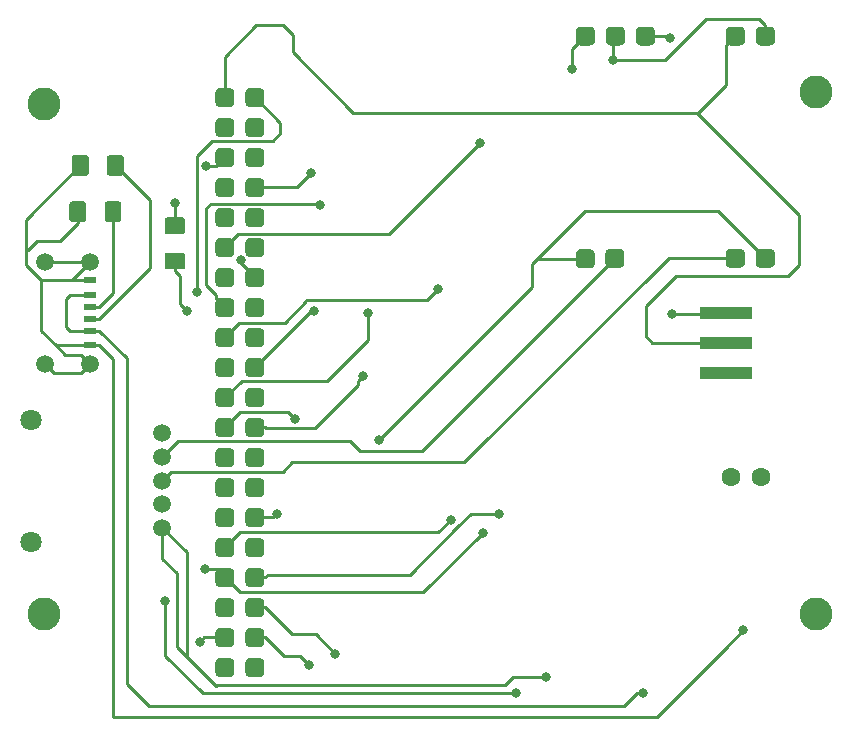
<source format=gbr>
G04 #@! TF.GenerationSoftware,KiCad,Pcbnew,5.0.2+dfsg1-1~bpo9+1*
G04 #@! TF.CreationDate,2020-07-27T21:19:22+01:00*
G04 #@! TF.ProjectId,gbc_outline_screen,6762635f-6f75-4746-9c69-6e655f736372,rev?*
G04 #@! TF.SameCoordinates,Original*
G04 #@! TF.FileFunction,Copper,L2,Bot*
G04 #@! TF.FilePolarity,Positive*
%FSLAX46Y46*%
G04 Gerber Fmt 4.6, Leading zero omitted, Abs format (unit mm)*
G04 Created by KiCad (PCBNEW 5.0.2+dfsg1-1~bpo9+1) date Mon 27 Jul 2020 21:19:22 BST*
%MOMM*%
%LPD*%
G01*
G04 APERTURE LIST*
G04 #@! TA.AperFunction,Conductor*
%ADD10C,0.100000*%
G04 #@! TD*
G04 #@! TA.AperFunction,SMDPad,CuDef*
%ADD11C,1.600000*%
G04 #@! TD*
G04 #@! TA.AperFunction,SMDPad,CuDef*
%ADD12R,1.000000X0.520000*%
G04 #@! TD*
G04 #@! TA.AperFunction,SMDPad,CuDef*
%ADD13R,1.000000X0.600000*%
G04 #@! TD*
G04 #@! TA.AperFunction,ComponentPad*
%ADD14C,1.500000*%
G04 #@! TD*
G04 #@! TA.AperFunction,SMDPad,CuDef*
%ADD15C,1.425000*%
G04 #@! TD*
G04 #@! TA.AperFunction,ComponentPad*
%ADD16C,2.800000*%
G04 #@! TD*
G04 #@! TA.AperFunction,SMDPad,CuDef*
%ADD17R,4.500000X1.000000*%
G04 #@! TD*
G04 #@! TA.AperFunction,ComponentPad*
%ADD18C,1.800000*%
G04 #@! TD*
G04 #@! TA.AperFunction,ComponentPad*
%ADD19C,1.600000*%
G04 #@! TD*
G04 #@! TA.AperFunction,ViaPad*
%ADD20C,0.800000*%
G04 #@! TD*
G04 #@! TA.AperFunction,Conductor*
%ADD21C,0.250000*%
G04 #@! TD*
G04 APERTURE END LIST*
D10*
G04 #@! TO.N,Net-(J1-Pad1)*
G04 #@! TO.C,J1*
G36*
X134602007Y-61589406D02*
X134640836Y-61595166D01*
X134678914Y-61604704D01*
X134715873Y-61617928D01*
X134751359Y-61634711D01*
X134785028Y-61654892D01*
X134816557Y-61678276D01*
X134845643Y-61704637D01*
X134872004Y-61733723D01*
X134895388Y-61765252D01*
X134915569Y-61798921D01*
X134932352Y-61834407D01*
X134945576Y-61871366D01*
X134955114Y-61909444D01*
X134960874Y-61948273D01*
X134962800Y-61987480D01*
X134962800Y-62787480D01*
X134960874Y-62826687D01*
X134955114Y-62865516D01*
X134945576Y-62903594D01*
X134932352Y-62940553D01*
X134915569Y-62976039D01*
X134895388Y-63009708D01*
X134872004Y-63041237D01*
X134845643Y-63070323D01*
X134816557Y-63096684D01*
X134785028Y-63120068D01*
X134751359Y-63140249D01*
X134715873Y-63157032D01*
X134678914Y-63170256D01*
X134640836Y-63179794D01*
X134602007Y-63185554D01*
X134562800Y-63187480D01*
X133762800Y-63187480D01*
X133723593Y-63185554D01*
X133684764Y-63179794D01*
X133646686Y-63170256D01*
X133609727Y-63157032D01*
X133574241Y-63140249D01*
X133540572Y-63120068D01*
X133509043Y-63096684D01*
X133479957Y-63070323D01*
X133453596Y-63041237D01*
X133430212Y-63009708D01*
X133410031Y-62976039D01*
X133393248Y-62940553D01*
X133380024Y-62903594D01*
X133370486Y-62865516D01*
X133364726Y-62826687D01*
X133362800Y-62787480D01*
X133362800Y-61987480D01*
X133364726Y-61948273D01*
X133370486Y-61909444D01*
X133380024Y-61871366D01*
X133393248Y-61834407D01*
X133410031Y-61798921D01*
X133430212Y-61765252D01*
X133453596Y-61733723D01*
X133479957Y-61704637D01*
X133509043Y-61678276D01*
X133540572Y-61654892D01*
X133574241Y-61634711D01*
X133609727Y-61617928D01*
X133646686Y-61604704D01*
X133684764Y-61595166D01*
X133723593Y-61589406D01*
X133762800Y-61587480D01*
X134562800Y-61587480D01*
X134602007Y-61589406D01*
X134602007Y-61589406D01*
G37*
D11*
G04 #@! TD*
G04 #@! TO.P,J1,1*
G04 #@! TO.N,Net-(J1-Pad1)*
X134162800Y-62387480D03*
D10*
G04 #@! TO.N,Net-(J1-Pad2)*
G04 #@! TO.C,J1*
G36*
X132062007Y-61589406D02*
X132100836Y-61595166D01*
X132138914Y-61604704D01*
X132175873Y-61617928D01*
X132211359Y-61634711D01*
X132245028Y-61654892D01*
X132276557Y-61678276D01*
X132305643Y-61704637D01*
X132332004Y-61733723D01*
X132355388Y-61765252D01*
X132375569Y-61798921D01*
X132392352Y-61834407D01*
X132405576Y-61871366D01*
X132415114Y-61909444D01*
X132420874Y-61948273D01*
X132422800Y-61987480D01*
X132422800Y-62787480D01*
X132420874Y-62826687D01*
X132415114Y-62865516D01*
X132405576Y-62903594D01*
X132392352Y-62940553D01*
X132375569Y-62976039D01*
X132355388Y-63009708D01*
X132332004Y-63041237D01*
X132305643Y-63070323D01*
X132276557Y-63096684D01*
X132245028Y-63120068D01*
X132211359Y-63140249D01*
X132175873Y-63157032D01*
X132138914Y-63170256D01*
X132100836Y-63179794D01*
X132062007Y-63185554D01*
X132022800Y-63187480D01*
X131222800Y-63187480D01*
X131183593Y-63185554D01*
X131144764Y-63179794D01*
X131106686Y-63170256D01*
X131069727Y-63157032D01*
X131034241Y-63140249D01*
X131000572Y-63120068D01*
X130969043Y-63096684D01*
X130939957Y-63070323D01*
X130913596Y-63041237D01*
X130890212Y-63009708D01*
X130870031Y-62976039D01*
X130853248Y-62940553D01*
X130840024Y-62903594D01*
X130830486Y-62865516D01*
X130824726Y-62826687D01*
X130822800Y-62787480D01*
X130822800Y-61987480D01*
X130824726Y-61948273D01*
X130830486Y-61909444D01*
X130840024Y-61871366D01*
X130853248Y-61834407D01*
X130870031Y-61798921D01*
X130890212Y-61765252D01*
X130913596Y-61733723D01*
X130939957Y-61704637D01*
X130969043Y-61678276D01*
X131000572Y-61654892D01*
X131034241Y-61634711D01*
X131069727Y-61617928D01*
X131106686Y-61604704D01*
X131144764Y-61595166D01*
X131183593Y-61589406D01*
X131222800Y-61587480D01*
X132022800Y-61587480D01*
X132062007Y-61589406D01*
X132062007Y-61589406D01*
G37*
D11*
G04 #@! TD*
G04 #@! TO.P,J1,2*
G04 #@! TO.N,Net-(J1-Pad2)*
X131622800Y-62387480D03*
D10*
G04 #@! TO.N,Net-(J1-Pad3)*
G04 #@! TO.C,J1*
G36*
X134602007Y-64129406D02*
X134640836Y-64135166D01*
X134678914Y-64144704D01*
X134715873Y-64157928D01*
X134751359Y-64174711D01*
X134785028Y-64194892D01*
X134816557Y-64218276D01*
X134845643Y-64244637D01*
X134872004Y-64273723D01*
X134895388Y-64305252D01*
X134915569Y-64338921D01*
X134932352Y-64374407D01*
X134945576Y-64411366D01*
X134955114Y-64449444D01*
X134960874Y-64488273D01*
X134962800Y-64527480D01*
X134962800Y-65327480D01*
X134960874Y-65366687D01*
X134955114Y-65405516D01*
X134945576Y-65443594D01*
X134932352Y-65480553D01*
X134915569Y-65516039D01*
X134895388Y-65549708D01*
X134872004Y-65581237D01*
X134845643Y-65610323D01*
X134816557Y-65636684D01*
X134785028Y-65660068D01*
X134751359Y-65680249D01*
X134715873Y-65697032D01*
X134678914Y-65710256D01*
X134640836Y-65719794D01*
X134602007Y-65725554D01*
X134562800Y-65727480D01*
X133762800Y-65727480D01*
X133723593Y-65725554D01*
X133684764Y-65719794D01*
X133646686Y-65710256D01*
X133609727Y-65697032D01*
X133574241Y-65680249D01*
X133540572Y-65660068D01*
X133509043Y-65636684D01*
X133479957Y-65610323D01*
X133453596Y-65581237D01*
X133430212Y-65549708D01*
X133410031Y-65516039D01*
X133393248Y-65480553D01*
X133380024Y-65443594D01*
X133370486Y-65405516D01*
X133364726Y-65366687D01*
X133362800Y-65327480D01*
X133362800Y-64527480D01*
X133364726Y-64488273D01*
X133370486Y-64449444D01*
X133380024Y-64411366D01*
X133393248Y-64374407D01*
X133410031Y-64338921D01*
X133430212Y-64305252D01*
X133453596Y-64273723D01*
X133479957Y-64244637D01*
X133509043Y-64218276D01*
X133540572Y-64194892D01*
X133574241Y-64174711D01*
X133609727Y-64157928D01*
X133646686Y-64144704D01*
X133684764Y-64135166D01*
X133723593Y-64129406D01*
X133762800Y-64127480D01*
X134562800Y-64127480D01*
X134602007Y-64129406D01*
X134602007Y-64129406D01*
G37*
D11*
G04 #@! TD*
G04 #@! TO.P,J1,3*
G04 #@! TO.N,Net-(J1-Pad3)*
X134162800Y-64927480D03*
D10*
G04 #@! TO.N,Net-(J1-Pad4)*
G04 #@! TO.C,J1*
G36*
X132062007Y-64129406D02*
X132100836Y-64135166D01*
X132138914Y-64144704D01*
X132175873Y-64157928D01*
X132211359Y-64174711D01*
X132245028Y-64194892D01*
X132276557Y-64218276D01*
X132305643Y-64244637D01*
X132332004Y-64273723D01*
X132355388Y-64305252D01*
X132375569Y-64338921D01*
X132392352Y-64374407D01*
X132405576Y-64411366D01*
X132415114Y-64449444D01*
X132420874Y-64488273D01*
X132422800Y-64527480D01*
X132422800Y-65327480D01*
X132420874Y-65366687D01*
X132415114Y-65405516D01*
X132405576Y-65443594D01*
X132392352Y-65480553D01*
X132375569Y-65516039D01*
X132355388Y-65549708D01*
X132332004Y-65581237D01*
X132305643Y-65610323D01*
X132276557Y-65636684D01*
X132245028Y-65660068D01*
X132211359Y-65680249D01*
X132175873Y-65697032D01*
X132138914Y-65710256D01*
X132100836Y-65719794D01*
X132062007Y-65725554D01*
X132022800Y-65727480D01*
X131222800Y-65727480D01*
X131183593Y-65725554D01*
X131144764Y-65719794D01*
X131106686Y-65710256D01*
X131069727Y-65697032D01*
X131034241Y-65680249D01*
X131000572Y-65660068D01*
X130969043Y-65636684D01*
X130939957Y-65610323D01*
X130913596Y-65581237D01*
X130890212Y-65549708D01*
X130870031Y-65516039D01*
X130853248Y-65480553D01*
X130840024Y-65443594D01*
X130830486Y-65405516D01*
X130824726Y-65366687D01*
X130822800Y-65327480D01*
X130822800Y-64527480D01*
X130824726Y-64488273D01*
X130830486Y-64449444D01*
X130840024Y-64411366D01*
X130853248Y-64374407D01*
X130870031Y-64338921D01*
X130890212Y-64305252D01*
X130913596Y-64273723D01*
X130939957Y-64244637D01*
X130969043Y-64218276D01*
X131000572Y-64194892D01*
X131034241Y-64174711D01*
X131069727Y-64157928D01*
X131106686Y-64144704D01*
X131144764Y-64135166D01*
X131183593Y-64129406D01*
X131222800Y-64127480D01*
X132022800Y-64127480D01*
X132062007Y-64129406D01*
X132062007Y-64129406D01*
G37*
D11*
G04 #@! TD*
G04 #@! TO.P,J1,4*
G04 #@! TO.N,Net-(J1-Pad4)*
X131622800Y-64927480D03*
D10*
G04 #@! TO.N,Net-(J1-Pad5)*
G04 #@! TO.C,J1*
G36*
X134602007Y-66669406D02*
X134640836Y-66675166D01*
X134678914Y-66684704D01*
X134715873Y-66697928D01*
X134751359Y-66714711D01*
X134785028Y-66734892D01*
X134816557Y-66758276D01*
X134845643Y-66784637D01*
X134872004Y-66813723D01*
X134895388Y-66845252D01*
X134915569Y-66878921D01*
X134932352Y-66914407D01*
X134945576Y-66951366D01*
X134955114Y-66989444D01*
X134960874Y-67028273D01*
X134962800Y-67067480D01*
X134962800Y-67867480D01*
X134960874Y-67906687D01*
X134955114Y-67945516D01*
X134945576Y-67983594D01*
X134932352Y-68020553D01*
X134915569Y-68056039D01*
X134895388Y-68089708D01*
X134872004Y-68121237D01*
X134845643Y-68150323D01*
X134816557Y-68176684D01*
X134785028Y-68200068D01*
X134751359Y-68220249D01*
X134715873Y-68237032D01*
X134678914Y-68250256D01*
X134640836Y-68259794D01*
X134602007Y-68265554D01*
X134562800Y-68267480D01*
X133762800Y-68267480D01*
X133723593Y-68265554D01*
X133684764Y-68259794D01*
X133646686Y-68250256D01*
X133609727Y-68237032D01*
X133574241Y-68220249D01*
X133540572Y-68200068D01*
X133509043Y-68176684D01*
X133479957Y-68150323D01*
X133453596Y-68121237D01*
X133430212Y-68089708D01*
X133410031Y-68056039D01*
X133393248Y-68020553D01*
X133380024Y-67983594D01*
X133370486Y-67945516D01*
X133364726Y-67906687D01*
X133362800Y-67867480D01*
X133362800Y-67067480D01*
X133364726Y-67028273D01*
X133370486Y-66989444D01*
X133380024Y-66951366D01*
X133393248Y-66914407D01*
X133410031Y-66878921D01*
X133430212Y-66845252D01*
X133453596Y-66813723D01*
X133479957Y-66784637D01*
X133509043Y-66758276D01*
X133540572Y-66734892D01*
X133574241Y-66714711D01*
X133609727Y-66697928D01*
X133646686Y-66684704D01*
X133684764Y-66675166D01*
X133723593Y-66669406D01*
X133762800Y-66667480D01*
X134562800Y-66667480D01*
X134602007Y-66669406D01*
X134602007Y-66669406D01*
G37*
D11*
G04 #@! TD*
G04 #@! TO.P,J1,5*
G04 #@! TO.N,Net-(J1-Pad5)*
X134162800Y-67467480D03*
D10*
G04 #@! TO.N,Net-(J1-Pad34)*
G04 #@! TO.C,J1*
G36*
X132062007Y-66669406D02*
X132100836Y-66675166D01*
X132138914Y-66684704D01*
X132175873Y-66697928D01*
X132211359Y-66714711D01*
X132245028Y-66734892D01*
X132276557Y-66758276D01*
X132305643Y-66784637D01*
X132332004Y-66813723D01*
X132355388Y-66845252D01*
X132375569Y-66878921D01*
X132392352Y-66914407D01*
X132405576Y-66951366D01*
X132415114Y-66989444D01*
X132420874Y-67028273D01*
X132422800Y-67067480D01*
X132422800Y-67867480D01*
X132420874Y-67906687D01*
X132415114Y-67945516D01*
X132405576Y-67983594D01*
X132392352Y-68020553D01*
X132375569Y-68056039D01*
X132355388Y-68089708D01*
X132332004Y-68121237D01*
X132305643Y-68150323D01*
X132276557Y-68176684D01*
X132245028Y-68200068D01*
X132211359Y-68220249D01*
X132175873Y-68237032D01*
X132138914Y-68250256D01*
X132100836Y-68259794D01*
X132062007Y-68265554D01*
X132022800Y-68267480D01*
X131222800Y-68267480D01*
X131183593Y-68265554D01*
X131144764Y-68259794D01*
X131106686Y-68250256D01*
X131069727Y-68237032D01*
X131034241Y-68220249D01*
X131000572Y-68200068D01*
X130969043Y-68176684D01*
X130939957Y-68150323D01*
X130913596Y-68121237D01*
X130890212Y-68089708D01*
X130870031Y-68056039D01*
X130853248Y-68020553D01*
X130840024Y-67983594D01*
X130830486Y-67945516D01*
X130824726Y-67906687D01*
X130822800Y-67867480D01*
X130822800Y-67067480D01*
X130824726Y-67028273D01*
X130830486Y-66989444D01*
X130840024Y-66951366D01*
X130853248Y-66914407D01*
X130870031Y-66878921D01*
X130890212Y-66845252D01*
X130913596Y-66813723D01*
X130939957Y-66784637D01*
X130969043Y-66758276D01*
X131000572Y-66734892D01*
X131034241Y-66714711D01*
X131069727Y-66697928D01*
X131106686Y-66684704D01*
X131144764Y-66675166D01*
X131183593Y-66669406D01*
X131222800Y-66667480D01*
X132022800Y-66667480D01*
X132062007Y-66669406D01*
X132062007Y-66669406D01*
G37*
D11*
G04 #@! TD*
G04 #@! TO.P,J1,6*
G04 #@! TO.N,Net-(J1-Pad34)*
X131622800Y-67467480D03*
D10*
G04 #@! TO.N,Net-(J1-Pad7)*
G04 #@! TO.C,J1*
G36*
X134602007Y-69209406D02*
X134640836Y-69215166D01*
X134678914Y-69224704D01*
X134715873Y-69237928D01*
X134751359Y-69254711D01*
X134785028Y-69274892D01*
X134816557Y-69298276D01*
X134845643Y-69324637D01*
X134872004Y-69353723D01*
X134895388Y-69385252D01*
X134915569Y-69418921D01*
X134932352Y-69454407D01*
X134945576Y-69491366D01*
X134955114Y-69529444D01*
X134960874Y-69568273D01*
X134962800Y-69607480D01*
X134962800Y-70407480D01*
X134960874Y-70446687D01*
X134955114Y-70485516D01*
X134945576Y-70523594D01*
X134932352Y-70560553D01*
X134915569Y-70596039D01*
X134895388Y-70629708D01*
X134872004Y-70661237D01*
X134845643Y-70690323D01*
X134816557Y-70716684D01*
X134785028Y-70740068D01*
X134751359Y-70760249D01*
X134715873Y-70777032D01*
X134678914Y-70790256D01*
X134640836Y-70799794D01*
X134602007Y-70805554D01*
X134562800Y-70807480D01*
X133762800Y-70807480D01*
X133723593Y-70805554D01*
X133684764Y-70799794D01*
X133646686Y-70790256D01*
X133609727Y-70777032D01*
X133574241Y-70760249D01*
X133540572Y-70740068D01*
X133509043Y-70716684D01*
X133479957Y-70690323D01*
X133453596Y-70661237D01*
X133430212Y-70629708D01*
X133410031Y-70596039D01*
X133393248Y-70560553D01*
X133380024Y-70523594D01*
X133370486Y-70485516D01*
X133364726Y-70446687D01*
X133362800Y-70407480D01*
X133362800Y-69607480D01*
X133364726Y-69568273D01*
X133370486Y-69529444D01*
X133380024Y-69491366D01*
X133393248Y-69454407D01*
X133410031Y-69418921D01*
X133430212Y-69385252D01*
X133453596Y-69353723D01*
X133479957Y-69324637D01*
X133509043Y-69298276D01*
X133540572Y-69274892D01*
X133574241Y-69254711D01*
X133609727Y-69237928D01*
X133646686Y-69224704D01*
X133684764Y-69215166D01*
X133723593Y-69209406D01*
X133762800Y-69207480D01*
X134562800Y-69207480D01*
X134602007Y-69209406D01*
X134602007Y-69209406D01*
G37*
D11*
G04 #@! TD*
G04 #@! TO.P,J1,7*
G04 #@! TO.N,Net-(J1-Pad7)*
X134162800Y-70007480D03*
D10*
G04 #@! TO.N,Net-(J1-Pad8)*
G04 #@! TO.C,J1*
G36*
X132062007Y-69209406D02*
X132100836Y-69215166D01*
X132138914Y-69224704D01*
X132175873Y-69237928D01*
X132211359Y-69254711D01*
X132245028Y-69274892D01*
X132276557Y-69298276D01*
X132305643Y-69324637D01*
X132332004Y-69353723D01*
X132355388Y-69385252D01*
X132375569Y-69418921D01*
X132392352Y-69454407D01*
X132405576Y-69491366D01*
X132415114Y-69529444D01*
X132420874Y-69568273D01*
X132422800Y-69607480D01*
X132422800Y-70407480D01*
X132420874Y-70446687D01*
X132415114Y-70485516D01*
X132405576Y-70523594D01*
X132392352Y-70560553D01*
X132375569Y-70596039D01*
X132355388Y-70629708D01*
X132332004Y-70661237D01*
X132305643Y-70690323D01*
X132276557Y-70716684D01*
X132245028Y-70740068D01*
X132211359Y-70760249D01*
X132175873Y-70777032D01*
X132138914Y-70790256D01*
X132100836Y-70799794D01*
X132062007Y-70805554D01*
X132022800Y-70807480D01*
X131222800Y-70807480D01*
X131183593Y-70805554D01*
X131144764Y-70799794D01*
X131106686Y-70790256D01*
X131069727Y-70777032D01*
X131034241Y-70760249D01*
X131000572Y-70740068D01*
X130969043Y-70716684D01*
X130939957Y-70690323D01*
X130913596Y-70661237D01*
X130890212Y-70629708D01*
X130870031Y-70596039D01*
X130853248Y-70560553D01*
X130840024Y-70523594D01*
X130830486Y-70485516D01*
X130824726Y-70446687D01*
X130822800Y-70407480D01*
X130822800Y-69607480D01*
X130824726Y-69568273D01*
X130830486Y-69529444D01*
X130840024Y-69491366D01*
X130853248Y-69454407D01*
X130870031Y-69418921D01*
X130890212Y-69385252D01*
X130913596Y-69353723D01*
X130939957Y-69324637D01*
X130969043Y-69298276D01*
X131000572Y-69274892D01*
X131034241Y-69254711D01*
X131069727Y-69237928D01*
X131106686Y-69224704D01*
X131144764Y-69215166D01*
X131183593Y-69209406D01*
X131222800Y-69207480D01*
X132022800Y-69207480D01*
X132062007Y-69209406D01*
X132062007Y-69209406D01*
G37*
D11*
G04 #@! TD*
G04 #@! TO.P,J1,8*
G04 #@! TO.N,Net-(J1-Pad8)*
X131622800Y-70007480D03*
D10*
G04 #@! TO.N,Net-(J1-Pad9)*
G04 #@! TO.C,J1*
G36*
X134602007Y-71749406D02*
X134640836Y-71755166D01*
X134678914Y-71764704D01*
X134715873Y-71777928D01*
X134751359Y-71794711D01*
X134785028Y-71814892D01*
X134816557Y-71838276D01*
X134845643Y-71864637D01*
X134872004Y-71893723D01*
X134895388Y-71925252D01*
X134915569Y-71958921D01*
X134932352Y-71994407D01*
X134945576Y-72031366D01*
X134955114Y-72069444D01*
X134960874Y-72108273D01*
X134962800Y-72147480D01*
X134962800Y-72947480D01*
X134960874Y-72986687D01*
X134955114Y-73025516D01*
X134945576Y-73063594D01*
X134932352Y-73100553D01*
X134915569Y-73136039D01*
X134895388Y-73169708D01*
X134872004Y-73201237D01*
X134845643Y-73230323D01*
X134816557Y-73256684D01*
X134785028Y-73280068D01*
X134751359Y-73300249D01*
X134715873Y-73317032D01*
X134678914Y-73330256D01*
X134640836Y-73339794D01*
X134602007Y-73345554D01*
X134562800Y-73347480D01*
X133762800Y-73347480D01*
X133723593Y-73345554D01*
X133684764Y-73339794D01*
X133646686Y-73330256D01*
X133609727Y-73317032D01*
X133574241Y-73300249D01*
X133540572Y-73280068D01*
X133509043Y-73256684D01*
X133479957Y-73230323D01*
X133453596Y-73201237D01*
X133430212Y-73169708D01*
X133410031Y-73136039D01*
X133393248Y-73100553D01*
X133380024Y-73063594D01*
X133370486Y-73025516D01*
X133364726Y-72986687D01*
X133362800Y-72947480D01*
X133362800Y-72147480D01*
X133364726Y-72108273D01*
X133370486Y-72069444D01*
X133380024Y-72031366D01*
X133393248Y-71994407D01*
X133410031Y-71958921D01*
X133430212Y-71925252D01*
X133453596Y-71893723D01*
X133479957Y-71864637D01*
X133509043Y-71838276D01*
X133540572Y-71814892D01*
X133574241Y-71794711D01*
X133609727Y-71777928D01*
X133646686Y-71764704D01*
X133684764Y-71755166D01*
X133723593Y-71749406D01*
X133762800Y-71747480D01*
X134562800Y-71747480D01*
X134602007Y-71749406D01*
X134602007Y-71749406D01*
G37*
D11*
G04 #@! TD*
G04 #@! TO.P,J1,9*
G04 #@! TO.N,Net-(J1-Pad9)*
X134162800Y-72547480D03*
D10*
G04 #@! TO.N,Net-(J1-Pad10)*
G04 #@! TO.C,J1*
G36*
X132062007Y-71749406D02*
X132100836Y-71755166D01*
X132138914Y-71764704D01*
X132175873Y-71777928D01*
X132211359Y-71794711D01*
X132245028Y-71814892D01*
X132276557Y-71838276D01*
X132305643Y-71864637D01*
X132332004Y-71893723D01*
X132355388Y-71925252D01*
X132375569Y-71958921D01*
X132392352Y-71994407D01*
X132405576Y-72031366D01*
X132415114Y-72069444D01*
X132420874Y-72108273D01*
X132422800Y-72147480D01*
X132422800Y-72947480D01*
X132420874Y-72986687D01*
X132415114Y-73025516D01*
X132405576Y-73063594D01*
X132392352Y-73100553D01*
X132375569Y-73136039D01*
X132355388Y-73169708D01*
X132332004Y-73201237D01*
X132305643Y-73230323D01*
X132276557Y-73256684D01*
X132245028Y-73280068D01*
X132211359Y-73300249D01*
X132175873Y-73317032D01*
X132138914Y-73330256D01*
X132100836Y-73339794D01*
X132062007Y-73345554D01*
X132022800Y-73347480D01*
X131222800Y-73347480D01*
X131183593Y-73345554D01*
X131144764Y-73339794D01*
X131106686Y-73330256D01*
X131069727Y-73317032D01*
X131034241Y-73300249D01*
X131000572Y-73280068D01*
X130969043Y-73256684D01*
X130939957Y-73230323D01*
X130913596Y-73201237D01*
X130890212Y-73169708D01*
X130870031Y-73136039D01*
X130853248Y-73100553D01*
X130840024Y-73063594D01*
X130830486Y-73025516D01*
X130824726Y-72986687D01*
X130822800Y-72947480D01*
X130822800Y-72147480D01*
X130824726Y-72108273D01*
X130830486Y-72069444D01*
X130840024Y-72031366D01*
X130853248Y-71994407D01*
X130870031Y-71958921D01*
X130890212Y-71925252D01*
X130913596Y-71893723D01*
X130939957Y-71864637D01*
X130969043Y-71838276D01*
X131000572Y-71814892D01*
X131034241Y-71794711D01*
X131069727Y-71777928D01*
X131106686Y-71764704D01*
X131144764Y-71755166D01*
X131183593Y-71749406D01*
X131222800Y-71747480D01*
X132022800Y-71747480D01*
X132062007Y-71749406D01*
X132062007Y-71749406D01*
G37*
D11*
G04 #@! TD*
G04 #@! TO.P,J1,10*
G04 #@! TO.N,Net-(J1-Pad10)*
X131622800Y-72547480D03*
D10*
G04 #@! TO.N,Net-(J1-Pad11)*
G04 #@! TO.C,J1*
G36*
X134602007Y-74289406D02*
X134640836Y-74295166D01*
X134678914Y-74304704D01*
X134715873Y-74317928D01*
X134751359Y-74334711D01*
X134785028Y-74354892D01*
X134816557Y-74378276D01*
X134845643Y-74404637D01*
X134872004Y-74433723D01*
X134895388Y-74465252D01*
X134915569Y-74498921D01*
X134932352Y-74534407D01*
X134945576Y-74571366D01*
X134955114Y-74609444D01*
X134960874Y-74648273D01*
X134962800Y-74687480D01*
X134962800Y-75487480D01*
X134960874Y-75526687D01*
X134955114Y-75565516D01*
X134945576Y-75603594D01*
X134932352Y-75640553D01*
X134915569Y-75676039D01*
X134895388Y-75709708D01*
X134872004Y-75741237D01*
X134845643Y-75770323D01*
X134816557Y-75796684D01*
X134785028Y-75820068D01*
X134751359Y-75840249D01*
X134715873Y-75857032D01*
X134678914Y-75870256D01*
X134640836Y-75879794D01*
X134602007Y-75885554D01*
X134562800Y-75887480D01*
X133762800Y-75887480D01*
X133723593Y-75885554D01*
X133684764Y-75879794D01*
X133646686Y-75870256D01*
X133609727Y-75857032D01*
X133574241Y-75840249D01*
X133540572Y-75820068D01*
X133509043Y-75796684D01*
X133479957Y-75770323D01*
X133453596Y-75741237D01*
X133430212Y-75709708D01*
X133410031Y-75676039D01*
X133393248Y-75640553D01*
X133380024Y-75603594D01*
X133370486Y-75565516D01*
X133364726Y-75526687D01*
X133362800Y-75487480D01*
X133362800Y-74687480D01*
X133364726Y-74648273D01*
X133370486Y-74609444D01*
X133380024Y-74571366D01*
X133393248Y-74534407D01*
X133410031Y-74498921D01*
X133430212Y-74465252D01*
X133453596Y-74433723D01*
X133479957Y-74404637D01*
X133509043Y-74378276D01*
X133540572Y-74354892D01*
X133574241Y-74334711D01*
X133609727Y-74317928D01*
X133646686Y-74304704D01*
X133684764Y-74295166D01*
X133723593Y-74289406D01*
X133762800Y-74287480D01*
X134562800Y-74287480D01*
X134602007Y-74289406D01*
X134602007Y-74289406D01*
G37*
D11*
G04 #@! TD*
G04 #@! TO.P,J1,11*
G04 #@! TO.N,Net-(J1-Pad11)*
X134162800Y-75087480D03*
D10*
G04 #@! TO.N,Net-(J1-Pad12)*
G04 #@! TO.C,J1*
G36*
X132062007Y-74289406D02*
X132100836Y-74295166D01*
X132138914Y-74304704D01*
X132175873Y-74317928D01*
X132211359Y-74334711D01*
X132245028Y-74354892D01*
X132276557Y-74378276D01*
X132305643Y-74404637D01*
X132332004Y-74433723D01*
X132355388Y-74465252D01*
X132375569Y-74498921D01*
X132392352Y-74534407D01*
X132405576Y-74571366D01*
X132415114Y-74609444D01*
X132420874Y-74648273D01*
X132422800Y-74687480D01*
X132422800Y-75487480D01*
X132420874Y-75526687D01*
X132415114Y-75565516D01*
X132405576Y-75603594D01*
X132392352Y-75640553D01*
X132375569Y-75676039D01*
X132355388Y-75709708D01*
X132332004Y-75741237D01*
X132305643Y-75770323D01*
X132276557Y-75796684D01*
X132245028Y-75820068D01*
X132211359Y-75840249D01*
X132175873Y-75857032D01*
X132138914Y-75870256D01*
X132100836Y-75879794D01*
X132062007Y-75885554D01*
X132022800Y-75887480D01*
X131222800Y-75887480D01*
X131183593Y-75885554D01*
X131144764Y-75879794D01*
X131106686Y-75870256D01*
X131069727Y-75857032D01*
X131034241Y-75840249D01*
X131000572Y-75820068D01*
X130969043Y-75796684D01*
X130939957Y-75770323D01*
X130913596Y-75741237D01*
X130890212Y-75709708D01*
X130870031Y-75676039D01*
X130853248Y-75640553D01*
X130840024Y-75603594D01*
X130830486Y-75565516D01*
X130824726Y-75526687D01*
X130822800Y-75487480D01*
X130822800Y-74687480D01*
X130824726Y-74648273D01*
X130830486Y-74609444D01*
X130840024Y-74571366D01*
X130853248Y-74534407D01*
X130870031Y-74498921D01*
X130890212Y-74465252D01*
X130913596Y-74433723D01*
X130939957Y-74404637D01*
X130969043Y-74378276D01*
X131000572Y-74354892D01*
X131034241Y-74334711D01*
X131069727Y-74317928D01*
X131106686Y-74304704D01*
X131144764Y-74295166D01*
X131183593Y-74289406D01*
X131222800Y-74287480D01*
X132022800Y-74287480D01*
X132062007Y-74289406D01*
X132062007Y-74289406D01*
G37*
D11*
G04 #@! TD*
G04 #@! TO.P,J1,12*
G04 #@! TO.N,Net-(J1-Pad12)*
X131622800Y-75087480D03*
D10*
G04 #@! TO.N,Net-(J1-Pad13)*
G04 #@! TO.C,J1*
G36*
X134602007Y-76829406D02*
X134640836Y-76835166D01*
X134678914Y-76844704D01*
X134715873Y-76857928D01*
X134751359Y-76874711D01*
X134785028Y-76894892D01*
X134816557Y-76918276D01*
X134845643Y-76944637D01*
X134872004Y-76973723D01*
X134895388Y-77005252D01*
X134915569Y-77038921D01*
X134932352Y-77074407D01*
X134945576Y-77111366D01*
X134955114Y-77149444D01*
X134960874Y-77188273D01*
X134962800Y-77227480D01*
X134962800Y-78027480D01*
X134960874Y-78066687D01*
X134955114Y-78105516D01*
X134945576Y-78143594D01*
X134932352Y-78180553D01*
X134915569Y-78216039D01*
X134895388Y-78249708D01*
X134872004Y-78281237D01*
X134845643Y-78310323D01*
X134816557Y-78336684D01*
X134785028Y-78360068D01*
X134751359Y-78380249D01*
X134715873Y-78397032D01*
X134678914Y-78410256D01*
X134640836Y-78419794D01*
X134602007Y-78425554D01*
X134562800Y-78427480D01*
X133762800Y-78427480D01*
X133723593Y-78425554D01*
X133684764Y-78419794D01*
X133646686Y-78410256D01*
X133609727Y-78397032D01*
X133574241Y-78380249D01*
X133540572Y-78360068D01*
X133509043Y-78336684D01*
X133479957Y-78310323D01*
X133453596Y-78281237D01*
X133430212Y-78249708D01*
X133410031Y-78216039D01*
X133393248Y-78180553D01*
X133380024Y-78143594D01*
X133370486Y-78105516D01*
X133364726Y-78066687D01*
X133362800Y-78027480D01*
X133362800Y-77227480D01*
X133364726Y-77188273D01*
X133370486Y-77149444D01*
X133380024Y-77111366D01*
X133393248Y-77074407D01*
X133410031Y-77038921D01*
X133430212Y-77005252D01*
X133453596Y-76973723D01*
X133479957Y-76944637D01*
X133509043Y-76918276D01*
X133540572Y-76894892D01*
X133574241Y-76874711D01*
X133609727Y-76857928D01*
X133646686Y-76844704D01*
X133684764Y-76835166D01*
X133723593Y-76829406D01*
X133762800Y-76827480D01*
X134562800Y-76827480D01*
X134602007Y-76829406D01*
X134602007Y-76829406D01*
G37*
D11*
G04 #@! TD*
G04 #@! TO.P,J1,13*
G04 #@! TO.N,Net-(J1-Pad13)*
X134162800Y-77627480D03*
D10*
G04 #@! TO.N,Net-(J1-Pad14)*
G04 #@! TO.C,J1*
G36*
X132062007Y-76829406D02*
X132100836Y-76835166D01*
X132138914Y-76844704D01*
X132175873Y-76857928D01*
X132211359Y-76874711D01*
X132245028Y-76894892D01*
X132276557Y-76918276D01*
X132305643Y-76944637D01*
X132332004Y-76973723D01*
X132355388Y-77005252D01*
X132375569Y-77038921D01*
X132392352Y-77074407D01*
X132405576Y-77111366D01*
X132415114Y-77149444D01*
X132420874Y-77188273D01*
X132422800Y-77227480D01*
X132422800Y-78027480D01*
X132420874Y-78066687D01*
X132415114Y-78105516D01*
X132405576Y-78143594D01*
X132392352Y-78180553D01*
X132375569Y-78216039D01*
X132355388Y-78249708D01*
X132332004Y-78281237D01*
X132305643Y-78310323D01*
X132276557Y-78336684D01*
X132245028Y-78360068D01*
X132211359Y-78380249D01*
X132175873Y-78397032D01*
X132138914Y-78410256D01*
X132100836Y-78419794D01*
X132062007Y-78425554D01*
X132022800Y-78427480D01*
X131222800Y-78427480D01*
X131183593Y-78425554D01*
X131144764Y-78419794D01*
X131106686Y-78410256D01*
X131069727Y-78397032D01*
X131034241Y-78380249D01*
X131000572Y-78360068D01*
X130969043Y-78336684D01*
X130939957Y-78310323D01*
X130913596Y-78281237D01*
X130890212Y-78249708D01*
X130870031Y-78216039D01*
X130853248Y-78180553D01*
X130840024Y-78143594D01*
X130830486Y-78105516D01*
X130824726Y-78066687D01*
X130822800Y-78027480D01*
X130822800Y-77227480D01*
X130824726Y-77188273D01*
X130830486Y-77149444D01*
X130840024Y-77111366D01*
X130853248Y-77074407D01*
X130870031Y-77038921D01*
X130890212Y-77005252D01*
X130913596Y-76973723D01*
X130939957Y-76944637D01*
X130969043Y-76918276D01*
X131000572Y-76894892D01*
X131034241Y-76874711D01*
X131069727Y-76857928D01*
X131106686Y-76844704D01*
X131144764Y-76835166D01*
X131183593Y-76829406D01*
X131222800Y-76827480D01*
X132022800Y-76827480D01*
X132062007Y-76829406D01*
X132062007Y-76829406D01*
G37*
D11*
G04 #@! TD*
G04 #@! TO.P,J1,14*
G04 #@! TO.N,Net-(J1-Pad14)*
X131622800Y-77627480D03*
D10*
G04 #@! TO.N,Net-(J1-Pad15)*
G04 #@! TO.C,J1*
G36*
X134602007Y-79369406D02*
X134640836Y-79375166D01*
X134678914Y-79384704D01*
X134715873Y-79397928D01*
X134751359Y-79414711D01*
X134785028Y-79434892D01*
X134816557Y-79458276D01*
X134845643Y-79484637D01*
X134872004Y-79513723D01*
X134895388Y-79545252D01*
X134915569Y-79578921D01*
X134932352Y-79614407D01*
X134945576Y-79651366D01*
X134955114Y-79689444D01*
X134960874Y-79728273D01*
X134962800Y-79767480D01*
X134962800Y-80567480D01*
X134960874Y-80606687D01*
X134955114Y-80645516D01*
X134945576Y-80683594D01*
X134932352Y-80720553D01*
X134915569Y-80756039D01*
X134895388Y-80789708D01*
X134872004Y-80821237D01*
X134845643Y-80850323D01*
X134816557Y-80876684D01*
X134785028Y-80900068D01*
X134751359Y-80920249D01*
X134715873Y-80937032D01*
X134678914Y-80950256D01*
X134640836Y-80959794D01*
X134602007Y-80965554D01*
X134562800Y-80967480D01*
X133762800Y-80967480D01*
X133723593Y-80965554D01*
X133684764Y-80959794D01*
X133646686Y-80950256D01*
X133609727Y-80937032D01*
X133574241Y-80920249D01*
X133540572Y-80900068D01*
X133509043Y-80876684D01*
X133479957Y-80850323D01*
X133453596Y-80821237D01*
X133430212Y-80789708D01*
X133410031Y-80756039D01*
X133393248Y-80720553D01*
X133380024Y-80683594D01*
X133370486Y-80645516D01*
X133364726Y-80606687D01*
X133362800Y-80567480D01*
X133362800Y-79767480D01*
X133364726Y-79728273D01*
X133370486Y-79689444D01*
X133380024Y-79651366D01*
X133393248Y-79614407D01*
X133410031Y-79578921D01*
X133430212Y-79545252D01*
X133453596Y-79513723D01*
X133479957Y-79484637D01*
X133509043Y-79458276D01*
X133540572Y-79434892D01*
X133574241Y-79414711D01*
X133609727Y-79397928D01*
X133646686Y-79384704D01*
X133684764Y-79375166D01*
X133723593Y-79369406D01*
X133762800Y-79367480D01*
X134562800Y-79367480D01*
X134602007Y-79369406D01*
X134602007Y-79369406D01*
G37*
D11*
G04 #@! TD*
G04 #@! TO.P,J1,15*
G04 #@! TO.N,Net-(J1-Pad15)*
X134162800Y-80167480D03*
D10*
G04 #@! TO.N,Net-(J1-Pad16)*
G04 #@! TO.C,J1*
G36*
X132062007Y-79369406D02*
X132100836Y-79375166D01*
X132138914Y-79384704D01*
X132175873Y-79397928D01*
X132211359Y-79414711D01*
X132245028Y-79434892D01*
X132276557Y-79458276D01*
X132305643Y-79484637D01*
X132332004Y-79513723D01*
X132355388Y-79545252D01*
X132375569Y-79578921D01*
X132392352Y-79614407D01*
X132405576Y-79651366D01*
X132415114Y-79689444D01*
X132420874Y-79728273D01*
X132422800Y-79767480D01*
X132422800Y-80567480D01*
X132420874Y-80606687D01*
X132415114Y-80645516D01*
X132405576Y-80683594D01*
X132392352Y-80720553D01*
X132375569Y-80756039D01*
X132355388Y-80789708D01*
X132332004Y-80821237D01*
X132305643Y-80850323D01*
X132276557Y-80876684D01*
X132245028Y-80900068D01*
X132211359Y-80920249D01*
X132175873Y-80937032D01*
X132138914Y-80950256D01*
X132100836Y-80959794D01*
X132062007Y-80965554D01*
X132022800Y-80967480D01*
X131222800Y-80967480D01*
X131183593Y-80965554D01*
X131144764Y-80959794D01*
X131106686Y-80950256D01*
X131069727Y-80937032D01*
X131034241Y-80920249D01*
X131000572Y-80900068D01*
X130969043Y-80876684D01*
X130939957Y-80850323D01*
X130913596Y-80821237D01*
X130890212Y-80789708D01*
X130870031Y-80756039D01*
X130853248Y-80720553D01*
X130840024Y-80683594D01*
X130830486Y-80645516D01*
X130824726Y-80606687D01*
X130822800Y-80567480D01*
X130822800Y-79767480D01*
X130824726Y-79728273D01*
X130830486Y-79689444D01*
X130840024Y-79651366D01*
X130853248Y-79614407D01*
X130870031Y-79578921D01*
X130890212Y-79545252D01*
X130913596Y-79513723D01*
X130939957Y-79484637D01*
X130969043Y-79458276D01*
X131000572Y-79434892D01*
X131034241Y-79414711D01*
X131069727Y-79397928D01*
X131106686Y-79384704D01*
X131144764Y-79375166D01*
X131183593Y-79369406D01*
X131222800Y-79367480D01*
X132022800Y-79367480D01*
X132062007Y-79369406D01*
X132062007Y-79369406D01*
G37*
D11*
G04 #@! TD*
G04 #@! TO.P,J1,16*
G04 #@! TO.N,Net-(J1-Pad16)*
X131622800Y-80167480D03*
D10*
G04 #@! TO.N,Net-(J1-Pad17)*
G04 #@! TO.C,J1*
G36*
X134602007Y-81909406D02*
X134640836Y-81915166D01*
X134678914Y-81924704D01*
X134715873Y-81937928D01*
X134751359Y-81954711D01*
X134785028Y-81974892D01*
X134816557Y-81998276D01*
X134845643Y-82024637D01*
X134872004Y-82053723D01*
X134895388Y-82085252D01*
X134915569Y-82118921D01*
X134932352Y-82154407D01*
X134945576Y-82191366D01*
X134955114Y-82229444D01*
X134960874Y-82268273D01*
X134962800Y-82307480D01*
X134962800Y-83107480D01*
X134960874Y-83146687D01*
X134955114Y-83185516D01*
X134945576Y-83223594D01*
X134932352Y-83260553D01*
X134915569Y-83296039D01*
X134895388Y-83329708D01*
X134872004Y-83361237D01*
X134845643Y-83390323D01*
X134816557Y-83416684D01*
X134785028Y-83440068D01*
X134751359Y-83460249D01*
X134715873Y-83477032D01*
X134678914Y-83490256D01*
X134640836Y-83499794D01*
X134602007Y-83505554D01*
X134562800Y-83507480D01*
X133762800Y-83507480D01*
X133723593Y-83505554D01*
X133684764Y-83499794D01*
X133646686Y-83490256D01*
X133609727Y-83477032D01*
X133574241Y-83460249D01*
X133540572Y-83440068D01*
X133509043Y-83416684D01*
X133479957Y-83390323D01*
X133453596Y-83361237D01*
X133430212Y-83329708D01*
X133410031Y-83296039D01*
X133393248Y-83260553D01*
X133380024Y-83223594D01*
X133370486Y-83185516D01*
X133364726Y-83146687D01*
X133362800Y-83107480D01*
X133362800Y-82307480D01*
X133364726Y-82268273D01*
X133370486Y-82229444D01*
X133380024Y-82191366D01*
X133393248Y-82154407D01*
X133410031Y-82118921D01*
X133430212Y-82085252D01*
X133453596Y-82053723D01*
X133479957Y-82024637D01*
X133509043Y-81998276D01*
X133540572Y-81974892D01*
X133574241Y-81954711D01*
X133609727Y-81937928D01*
X133646686Y-81924704D01*
X133684764Y-81915166D01*
X133723593Y-81909406D01*
X133762800Y-81907480D01*
X134562800Y-81907480D01*
X134602007Y-81909406D01*
X134602007Y-81909406D01*
G37*
D11*
G04 #@! TD*
G04 #@! TO.P,J1,17*
G04 #@! TO.N,Net-(J1-Pad17)*
X134162800Y-82707480D03*
D10*
G04 #@! TO.N,Net-(J1-Pad18)*
G04 #@! TO.C,J1*
G36*
X132062007Y-81909406D02*
X132100836Y-81915166D01*
X132138914Y-81924704D01*
X132175873Y-81937928D01*
X132211359Y-81954711D01*
X132245028Y-81974892D01*
X132276557Y-81998276D01*
X132305643Y-82024637D01*
X132332004Y-82053723D01*
X132355388Y-82085252D01*
X132375569Y-82118921D01*
X132392352Y-82154407D01*
X132405576Y-82191366D01*
X132415114Y-82229444D01*
X132420874Y-82268273D01*
X132422800Y-82307480D01*
X132422800Y-83107480D01*
X132420874Y-83146687D01*
X132415114Y-83185516D01*
X132405576Y-83223594D01*
X132392352Y-83260553D01*
X132375569Y-83296039D01*
X132355388Y-83329708D01*
X132332004Y-83361237D01*
X132305643Y-83390323D01*
X132276557Y-83416684D01*
X132245028Y-83440068D01*
X132211359Y-83460249D01*
X132175873Y-83477032D01*
X132138914Y-83490256D01*
X132100836Y-83499794D01*
X132062007Y-83505554D01*
X132022800Y-83507480D01*
X131222800Y-83507480D01*
X131183593Y-83505554D01*
X131144764Y-83499794D01*
X131106686Y-83490256D01*
X131069727Y-83477032D01*
X131034241Y-83460249D01*
X131000572Y-83440068D01*
X130969043Y-83416684D01*
X130939957Y-83390323D01*
X130913596Y-83361237D01*
X130890212Y-83329708D01*
X130870031Y-83296039D01*
X130853248Y-83260553D01*
X130840024Y-83223594D01*
X130830486Y-83185516D01*
X130824726Y-83146687D01*
X130822800Y-83107480D01*
X130822800Y-82307480D01*
X130824726Y-82268273D01*
X130830486Y-82229444D01*
X130840024Y-82191366D01*
X130853248Y-82154407D01*
X130870031Y-82118921D01*
X130890212Y-82085252D01*
X130913596Y-82053723D01*
X130939957Y-82024637D01*
X130969043Y-81998276D01*
X131000572Y-81974892D01*
X131034241Y-81954711D01*
X131069727Y-81937928D01*
X131106686Y-81924704D01*
X131144764Y-81915166D01*
X131183593Y-81909406D01*
X131222800Y-81907480D01*
X132022800Y-81907480D01*
X132062007Y-81909406D01*
X132062007Y-81909406D01*
G37*
D11*
G04 #@! TD*
G04 #@! TO.P,J1,18*
G04 #@! TO.N,Net-(J1-Pad18)*
X131622800Y-82707480D03*
D10*
G04 #@! TO.N,Net-(J1-Pad19)*
G04 #@! TO.C,J1*
G36*
X134602007Y-84449406D02*
X134640836Y-84455166D01*
X134678914Y-84464704D01*
X134715873Y-84477928D01*
X134751359Y-84494711D01*
X134785028Y-84514892D01*
X134816557Y-84538276D01*
X134845643Y-84564637D01*
X134872004Y-84593723D01*
X134895388Y-84625252D01*
X134915569Y-84658921D01*
X134932352Y-84694407D01*
X134945576Y-84731366D01*
X134955114Y-84769444D01*
X134960874Y-84808273D01*
X134962800Y-84847480D01*
X134962800Y-85647480D01*
X134960874Y-85686687D01*
X134955114Y-85725516D01*
X134945576Y-85763594D01*
X134932352Y-85800553D01*
X134915569Y-85836039D01*
X134895388Y-85869708D01*
X134872004Y-85901237D01*
X134845643Y-85930323D01*
X134816557Y-85956684D01*
X134785028Y-85980068D01*
X134751359Y-86000249D01*
X134715873Y-86017032D01*
X134678914Y-86030256D01*
X134640836Y-86039794D01*
X134602007Y-86045554D01*
X134562800Y-86047480D01*
X133762800Y-86047480D01*
X133723593Y-86045554D01*
X133684764Y-86039794D01*
X133646686Y-86030256D01*
X133609727Y-86017032D01*
X133574241Y-86000249D01*
X133540572Y-85980068D01*
X133509043Y-85956684D01*
X133479957Y-85930323D01*
X133453596Y-85901237D01*
X133430212Y-85869708D01*
X133410031Y-85836039D01*
X133393248Y-85800553D01*
X133380024Y-85763594D01*
X133370486Y-85725516D01*
X133364726Y-85686687D01*
X133362800Y-85647480D01*
X133362800Y-84847480D01*
X133364726Y-84808273D01*
X133370486Y-84769444D01*
X133380024Y-84731366D01*
X133393248Y-84694407D01*
X133410031Y-84658921D01*
X133430212Y-84625252D01*
X133453596Y-84593723D01*
X133479957Y-84564637D01*
X133509043Y-84538276D01*
X133540572Y-84514892D01*
X133574241Y-84494711D01*
X133609727Y-84477928D01*
X133646686Y-84464704D01*
X133684764Y-84455166D01*
X133723593Y-84449406D01*
X133762800Y-84447480D01*
X134562800Y-84447480D01*
X134602007Y-84449406D01*
X134602007Y-84449406D01*
G37*
D11*
G04 #@! TD*
G04 #@! TO.P,J1,19*
G04 #@! TO.N,Net-(J1-Pad19)*
X134162800Y-85247480D03*
D10*
G04 #@! TO.N,Net-(J1-Pad20)*
G04 #@! TO.C,J1*
G36*
X132062007Y-84449406D02*
X132100836Y-84455166D01*
X132138914Y-84464704D01*
X132175873Y-84477928D01*
X132211359Y-84494711D01*
X132245028Y-84514892D01*
X132276557Y-84538276D01*
X132305643Y-84564637D01*
X132332004Y-84593723D01*
X132355388Y-84625252D01*
X132375569Y-84658921D01*
X132392352Y-84694407D01*
X132405576Y-84731366D01*
X132415114Y-84769444D01*
X132420874Y-84808273D01*
X132422800Y-84847480D01*
X132422800Y-85647480D01*
X132420874Y-85686687D01*
X132415114Y-85725516D01*
X132405576Y-85763594D01*
X132392352Y-85800553D01*
X132375569Y-85836039D01*
X132355388Y-85869708D01*
X132332004Y-85901237D01*
X132305643Y-85930323D01*
X132276557Y-85956684D01*
X132245028Y-85980068D01*
X132211359Y-86000249D01*
X132175873Y-86017032D01*
X132138914Y-86030256D01*
X132100836Y-86039794D01*
X132062007Y-86045554D01*
X132022800Y-86047480D01*
X131222800Y-86047480D01*
X131183593Y-86045554D01*
X131144764Y-86039794D01*
X131106686Y-86030256D01*
X131069727Y-86017032D01*
X131034241Y-86000249D01*
X131000572Y-85980068D01*
X130969043Y-85956684D01*
X130939957Y-85930323D01*
X130913596Y-85901237D01*
X130890212Y-85869708D01*
X130870031Y-85836039D01*
X130853248Y-85800553D01*
X130840024Y-85763594D01*
X130830486Y-85725516D01*
X130824726Y-85686687D01*
X130822800Y-85647480D01*
X130822800Y-84847480D01*
X130824726Y-84808273D01*
X130830486Y-84769444D01*
X130840024Y-84731366D01*
X130853248Y-84694407D01*
X130870031Y-84658921D01*
X130890212Y-84625252D01*
X130913596Y-84593723D01*
X130939957Y-84564637D01*
X130969043Y-84538276D01*
X131000572Y-84514892D01*
X131034241Y-84494711D01*
X131069727Y-84477928D01*
X131106686Y-84464704D01*
X131144764Y-84455166D01*
X131183593Y-84449406D01*
X131222800Y-84447480D01*
X132022800Y-84447480D01*
X132062007Y-84449406D01*
X132062007Y-84449406D01*
G37*
D11*
G04 #@! TD*
G04 #@! TO.P,J1,20*
G04 #@! TO.N,Net-(J1-Pad20)*
X131622800Y-85247480D03*
D10*
G04 #@! TO.N,Net-(J1-Pad21)*
G04 #@! TO.C,J1*
G36*
X134602007Y-86989406D02*
X134640836Y-86995166D01*
X134678914Y-87004704D01*
X134715873Y-87017928D01*
X134751359Y-87034711D01*
X134785028Y-87054892D01*
X134816557Y-87078276D01*
X134845643Y-87104637D01*
X134872004Y-87133723D01*
X134895388Y-87165252D01*
X134915569Y-87198921D01*
X134932352Y-87234407D01*
X134945576Y-87271366D01*
X134955114Y-87309444D01*
X134960874Y-87348273D01*
X134962800Y-87387480D01*
X134962800Y-88187480D01*
X134960874Y-88226687D01*
X134955114Y-88265516D01*
X134945576Y-88303594D01*
X134932352Y-88340553D01*
X134915569Y-88376039D01*
X134895388Y-88409708D01*
X134872004Y-88441237D01*
X134845643Y-88470323D01*
X134816557Y-88496684D01*
X134785028Y-88520068D01*
X134751359Y-88540249D01*
X134715873Y-88557032D01*
X134678914Y-88570256D01*
X134640836Y-88579794D01*
X134602007Y-88585554D01*
X134562800Y-88587480D01*
X133762800Y-88587480D01*
X133723593Y-88585554D01*
X133684764Y-88579794D01*
X133646686Y-88570256D01*
X133609727Y-88557032D01*
X133574241Y-88540249D01*
X133540572Y-88520068D01*
X133509043Y-88496684D01*
X133479957Y-88470323D01*
X133453596Y-88441237D01*
X133430212Y-88409708D01*
X133410031Y-88376039D01*
X133393248Y-88340553D01*
X133380024Y-88303594D01*
X133370486Y-88265516D01*
X133364726Y-88226687D01*
X133362800Y-88187480D01*
X133362800Y-87387480D01*
X133364726Y-87348273D01*
X133370486Y-87309444D01*
X133380024Y-87271366D01*
X133393248Y-87234407D01*
X133410031Y-87198921D01*
X133430212Y-87165252D01*
X133453596Y-87133723D01*
X133479957Y-87104637D01*
X133509043Y-87078276D01*
X133540572Y-87054892D01*
X133574241Y-87034711D01*
X133609727Y-87017928D01*
X133646686Y-87004704D01*
X133684764Y-86995166D01*
X133723593Y-86989406D01*
X133762800Y-86987480D01*
X134562800Y-86987480D01*
X134602007Y-86989406D01*
X134602007Y-86989406D01*
G37*
D11*
G04 #@! TD*
G04 #@! TO.P,J1,21*
G04 #@! TO.N,Net-(J1-Pad21)*
X134162800Y-87787480D03*
D10*
G04 #@! TO.N,Net-(J1-Pad22)*
G04 #@! TO.C,J1*
G36*
X132062007Y-86989406D02*
X132100836Y-86995166D01*
X132138914Y-87004704D01*
X132175873Y-87017928D01*
X132211359Y-87034711D01*
X132245028Y-87054892D01*
X132276557Y-87078276D01*
X132305643Y-87104637D01*
X132332004Y-87133723D01*
X132355388Y-87165252D01*
X132375569Y-87198921D01*
X132392352Y-87234407D01*
X132405576Y-87271366D01*
X132415114Y-87309444D01*
X132420874Y-87348273D01*
X132422800Y-87387480D01*
X132422800Y-88187480D01*
X132420874Y-88226687D01*
X132415114Y-88265516D01*
X132405576Y-88303594D01*
X132392352Y-88340553D01*
X132375569Y-88376039D01*
X132355388Y-88409708D01*
X132332004Y-88441237D01*
X132305643Y-88470323D01*
X132276557Y-88496684D01*
X132245028Y-88520068D01*
X132211359Y-88540249D01*
X132175873Y-88557032D01*
X132138914Y-88570256D01*
X132100836Y-88579794D01*
X132062007Y-88585554D01*
X132022800Y-88587480D01*
X131222800Y-88587480D01*
X131183593Y-88585554D01*
X131144764Y-88579794D01*
X131106686Y-88570256D01*
X131069727Y-88557032D01*
X131034241Y-88540249D01*
X131000572Y-88520068D01*
X130969043Y-88496684D01*
X130939957Y-88470323D01*
X130913596Y-88441237D01*
X130890212Y-88409708D01*
X130870031Y-88376039D01*
X130853248Y-88340553D01*
X130840024Y-88303594D01*
X130830486Y-88265516D01*
X130824726Y-88226687D01*
X130822800Y-88187480D01*
X130822800Y-87387480D01*
X130824726Y-87348273D01*
X130830486Y-87309444D01*
X130840024Y-87271366D01*
X130853248Y-87234407D01*
X130870031Y-87198921D01*
X130890212Y-87165252D01*
X130913596Y-87133723D01*
X130939957Y-87104637D01*
X130969043Y-87078276D01*
X131000572Y-87054892D01*
X131034241Y-87034711D01*
X131069727Y-87017928D01*
X131106686Y-87004704D01*
X131144764Y-86995166D01*
X131183593Y-86989406D01*
X131222800Y-86987480D01*
X132022800Y-86987480D01*
X132062007Y-86989406D01*
X132062007Y-86989406D01*
G37*
D11*
G04 #@! TD*
G04 #@! TO.P,J1,22*
G04 #@! TO.N,Net-(J1-Pad22)*
X131622800Y-87787480D03*
D10*
G04 #@! TO.N,Net-(J1-Pad23)*
G04 #@! TO.C,J1*
G36*
X134602007Y-89529406D02*
X134640836Y-89535166D01*
X134678914Y-89544704D01*
X134715873Y-89557928D01*
X134751359Y-89574711D01*
X134785028Y-89594892D01*
X134816557Y-89618276D01*
X134845643Y-89644637D01*
X134872004Y-89673723D01*
X134895388Y-89705252D01*
X134915569Y-89738921D01*
X134932352Y-89774407D01*
X134945576Y-89811366D01*
X134955114Y-89849444D01*
X134960874Y-89888273D01*
X134962800Y-89927480D01*
X134962800Y-90727480D01*
X134960874Y-90766687D01*
X134955114Y-90805516D01*
X134945576Y-90843594D01*
X134932352Y-90880553D01*
X134915569Y-90916039D01*
X134895388Y-90949708D01*
X134872004Y-90981237D01*
X134845643Y-91010323D01*
X134816557Y-91036684D01*
X134785028Y-91060068D01*
X134751359Y-91080249D01*
X134715873Y-91097032D01*
X134678914Y-91110256D01*
X134640836Y-91119794D01*
X134602007Y-91125554D01*
X134562800Y-91127480D01*
X133762800Y-91127480D01*
X133723593Y-91125554D01*
X133684764Y-91119794D01*
X133646686Y-91110256D01*
X133609727Y-91097032D01*
X133574241Y-91080249D01*
X133540572Y-91060068D01*
X133509043Y-91036684D01*
X133479957Y-91010323D01*
X133453596Y-90981237D01*
X133430212Y-90949708D01*
X133410031Y-90916039D01*
X133393248Y-90880553D01*
X133380024Y-90843594D01*
X133370486Y-90805516D01*
X133364726Y-90766687D01*
X133362800Y-90727480D01*
X133362800Y-89927480D01*
X133364726Y-89888273D01*
X133370486Y-89849444D01*
X133380024Y-89811366D01*
X133393248Y-89774407D01*
X133410031Y-89738921D01*
X133430212Y-89705252D01*
X133453596Y-89673723D01*
X133479957Y-89644637D01*
X133509043Y-89618276D01*
X133540572Y-89594892D01*
X133574241Y-89574711D01*
X133609727Y-89557928D01*
X133646686Y-89544704D01*
X133684764Y-89535166D01*
X133723593Y-89529406D01*
X133762800Y-89527480D01*
X134562800Y-89527480D01*
X134602007Y-89529406D01*
X134602007Y-89529406D01*
G37*
D11*
G04 #@! TD*
G04 #@! TO.P,J1,23*
G04 #@! TO.N,Net-(J1-Pad23)*
X134162800Y-90327480D03*
D10*
G04 #@! TO.N,Net-(J1-Pad24)*
G04 #@! TO.C,J1*
G36*
X132062007Y-89529406D02*
X132100836Y-89535166D01*
X132138914Y-89544704D01*
X132175873Y-89557928D01*
X132211359Y-89574711D01*
X132245028Y-89594892D01*
X132276557Y-89618276D01*
X132305643Y-89644637D01*
X132332004Y-89673723D01*
X132355388Y-89705252D01*
X132375569Y-89738921D01*
X132392352Y-89774407D01*
X132405576Y-89811366D01*
X132415114Y-89849444D01*
X132420874Y-89888273D01*
X132422800Y-89927480D01*
X132422800Y-90727480D01*
X132420874Y-90766687D01*
X132415114Y-90805516D01*
X132405576Y-90843594D01*
X132392352Y-90880553D01*
X132375569Y-90916039D01*
X132355388Y-90949708D01*
X132332004Y-90981237D01*
X132305643Y-91010323D01*
X132276557Y-91036684D01*
X132245028Y-91060068D01*
X132211359Y-91080249D01*
X132175873Y-91097032D01*
X132138914Y-91110256D01*
X132100836Y-91119794D01*
X132062007Y-91125554D01*
X132022800Y-91127480D01*
X131222800Y-91127480D01*
X131183593Y-91125554D01*
X131144764Y-91119794D01*
X131106686Y-91110256D01*
X131069727Y-91097032D01*
X131034241Y-91080249D01*
X131000572Y-91060068D01*
X130969043Y-91036684D01*
X130939957Y-91010323D01*
X130913596Y-90981237D01*
X130890212Y-90949708D01*
X130870031Y-90916039D01*
X130853248Y-90880553D01*
X130840024Y-90843594D01*
X130830486Y-90805516D01*
X130824726Y-90766687D01*
X130822800Y-90727480D01*
X130822800Y-89927480D01*
X130824726Y-89888273D01*
X130830486Y-89849444D01*
X130840024Y-89811366D01*
X130853248Y-89774407D01*
X130870031Y-89738921D01*
X130890212Y-89705252D01*
X130913596Y-89673723D01*
X130939957Y-89644637D01*
X130969043Y-89618276D01*
X131000572Y-89594892D01*
X131034241Y-89574711D01*
X131069727Y-89557928D01*
X131106686Y-89544704D01*
X131144764Y-89535166D01*
X131183593Y-89529406D01*
X131222800Y-89527480D01*
X132022800Y-89527480D01*
X132062007Y-89529406D01*
X132062007Y-89529406D01*
G37*
D11*
G04 #@! TD*
G04 #@! TO.P,J1,24*
G04 #@! TO.N,Net-(J1-Pad24)*
X131622800Y-90327480D03*
D10*
G04 #@! TO.N,Net-(J1-Pad25)*
G04 #@! TO.C,J1*
G36*
X134602007Y-92069406D02*
X134640836Y-92075166D01*
X134678914Y-92084704D01*
X134715873Y-92097928D01*
X134751359Y-92114711D01*
X134785028Y-92134892D01*
X134816557Y-92158276D01*
X134845643Y-92184637D01*
X134872004Y-92213723D01*
X134895388Y-92245252D01*
X134915569Y-92278921D01*
X134932352Y-92314407D01*
X134945576Y-92351366D01*
X134955114Y-92389444D01*
X134960874Y-92428273D01*
X134962800Y-92467480D01*
X134962800Y-93267480D01*
X134960874Y-93306687D01*
X134955114Y-93345516D01*
X134945576Y-93383594D01*
X134932352Y-93420553D01*
X134915569Y-93456039D01*
X134895388Y-93489708D01*
X134872004Y-93521237D01*
X134845643Y-93550323D01*
X134816557Y-93576684D01*
X134785028Y-93600068D01*
X134751359Y-93620249D01*
X134715873Y-93637032D01*
X134678914Y-93650256D01*
X134640836Y-93659794D01*
X134602007Y-93665554D01*
X134562800Y-93667480D01*
X133762800Y-93667480D01*
X133723593Y-93665554D01*
X133684764Y-93659794D01*
X133646686Y-93650256D01*
X133609727Y-93637032D01*
X133574241Y-93620249D01*
X133540572Y-93600068D01*
X133509043Y-93576684D01*
X133479957Y-93550323D01*
X133453596Y-93521237D01*
X133430212Y-93489708D01*
X133410031Y-93456039D01*
X133393248Y-93420553D01*
X133380024Y-93383594D01*
X133370486Y-93345516D01*
X133364726Y-93306687D01*
X133362800Y-93267480D01*
X133362800Y-92467480D01*
X133364726Y-92428273D01*
X133370486Y-92389444D01*
X133380024Y-92351366D01*
X133393248Y-92314407D01*
X133410031Y-92278921D01*
X133430212Y-92245252D01*
X133453596Y-92213723D01*
X133479957Y-92184637D01*
X133509043Y-92158276D01*
X133540572Y-92134892D01*
X133574241Y-92114711D01*
X133609727Y-92097928D01*
X133646686Y-92084704D01*
X133684764Y-92075166D01*
X133723593Y-92069406D01*
X133762800Y-92067480D01*
X134562800Y-92067480D01*
X134602007Y-92069406D01*
X134602007Y-92069406D01*
G37*
D11*
G04 #@! TD*
G04 #@! TO.P,J1,25*
G04 #@! TO.N,Net-(J1-Pad25)*
X134162800Y-92867480D03*
D10*
G04 #@! TO.N,Net-(J1-Pad26)*
G04 #@! TO.C,J1*
G36*
X132062007Y-92069406D02*
X132100836Y-92075166D01*
X132138914Y-92084704D01*
X132175873Y-92097928D01*
X132211359Y-92114711D01*
X132245028Y-92134892D01*
X132276557Y-92158276D01*
X132305643Y-92184637D01*
X132332004Y-92213723D01*
X132355388Y-92245252D01*
X132375569Y-92278921D01*
X132392352Y-92314407D01*
X132405576Y-92351366D01*
X132415114Y-92389444D01*
X132420874Y-92428273D01*
X132422800Y-92467480D01*
X132422800Y-93267480D01*
X132420874Y-93306687D01*
X132415114Y-93345516D01*
X132405576Y-93383594D01*
X132392352Y-93420553D01*
X132375569Y-93456039D01*
X132355388Y-93489708D01*
X132332004Y-93521237D01*
X132305643Y-93550323D01*
X132276557Y-93576684D01*
X132245028Y-93600068D01*
X132211359Y-93620249D01*
X132175873Y-93637032D01*
X132138914Y-93650256D01*
X132100836Y-93659794D01*
X132062007Y-93665554D01*
X132022800Y-93667480D01*
X131222800Y-93667480D01*
X131183593Y-93665554D01*
X131144764Y-93659794D01*
X131106686Y-93650256D01*
X131069727Y-93637032D01*
X131034241Y-93620249D01*
X131000572Y-93600068D01*
X130969043Y-93576684D01*
X130939957Y-93550323D01*
X130913596Y-93521237D01*
X130890212Y-93489708D01*
X130870031Y-93456039D01*
X130853248Y-93420553D01*
X130840024Y-93383594D01*
X130830486Y-93345516D01*
X130824726Y-93306687D01*
X130822800Y-93267480D01*
X130822800Y-92467480D01*
X130824726Y-92428273D01*
X130830486Y-92389444D01*
X130840024Y-92351366D01*
X130853248Y-92314407D01*
X130870031Y-92278921D01*
X130890212Y-92245252D01*
X130913596Y-92213723D01*
X130939957Y-92184637D01*
X130969043Y-92158276D01*
X131000572Y-92134892D01*
X131034241Y-92114711D01*
X131069727Y-92097928D01*
X131106686Y-92084704D01*
X131144764Y-92075166D01*
X131183593Y-92069406D01*
X131222800Y-92067480D01*
X132022800Y-92067480D01*
X132062007Y-92069406D01*
X132062007Y-92069406D01*
G37*
D11*
G04 #@! TD*
G04 #@! TO.P,J1,26*
G04 #@! TO.N,Net-(J1-Pad26)*
X131622800Y-92867480D03*
D10*
G04 #@! TO.N,Net-(J1-Pad27)*
G04 #@! TO.C,J1*
G36*
X134602007Y-94609406D02*
X134640836Y-94615166D01*
X134678914Y-94624704D01*
X134715873Y-94637928D01*
X134751359Y-94654711D01*
X134785028Y-94674892D01*
X134816557Y-94698276D01*
X134845643Y-94724637D01*
X134872004Y-94753723D01*
X134895388Y-94785252D01*
X134915569Y-94818921D01*
X134932352Y-94854407D01*
X134945576Y-94891366D01*
X134955114Y-94929444D01*
X134960874Y-94968273D01*
X134962800Y-95007480D01*
X134962800Y-95807480D01*
X134960874Y-95846687D01*
X134955114Y-95885516D01*
X134945576Y-95923594D01*
X134932352Y-95960553D01*
X134915569Y-95996039D01*
X134895388Y-96029708D01*
X134872004Y-96061237D01*
X134845643Y-96090323D01*
X134816557Y-96116684D01*
X134785028Y-96140068D01*
X134751359Y-96160249D01*
X134715873Y-96177032D01*
X134678914Y-96190256D01*
X134640836Y-96199794D01*
X134602007Y-96205554D01*
X134562800Y-96207480D01*
X133762800Y-96207480D01*
X133723593Y-96205554D01*
X133684764Y-96199794D01*
X133646686Y-96190256D01*
X133609727Y-96177032D01*
X133574241Y-96160249D01*
X133540572Y-96140068D01*
X133509043Y-96116684D01*
X133479957Y-96090323D01*
X133453596Y-96061237D01*
X133430212Y-96029708D01*
X133410031Y-95996039D01*
X133393248Y-95960553D01*
X133380024Y-95923594D01*
X133370486Y-95885516D01*
X133364726Y-95846687D01*
X133362800Y-95807480D01*
X133362800Y-95007480D01*
X133364726Y-94968273D01*
X133370486Y-94929444D01*
X133380024Y-94891366D01*
X133393248Y-94854407D01*
X133410031Y-94818921D01*
X133430212Y-94785252D01*
X133453596Y-94753723D01*
X133479957Y-94724637D01*
X133509043Y-94698276D01*
X133540572Y-94674892D01*
X133574241Y-94654711D01*
X133609727Y-94637928D01*
X133646686Y-94624704D01*
X133684764Y-94615166D01*
X133723593Y-94609406D01*
X133762800Y-94607480D01*
X134562800Y-94607480D01*
X134602007Y-94609406D01*
X134602007Y-94609406D01*
G37*
D11*
G04 #@! TD*
G04 #@! TO.P,J1,27*
G04 #@! TO.N,Net-(J1-Pad27)*
X134162800Y-95407480D03*
D10*
G04 #@! TO.N,Net-(J1-Pad28)*
G04 #@! TO.C,J1*
G36*
X132062007Y-94609406D02*
X132100836Y-94615166D01*
X132138914Y-94624704D01*
X132175873Y-94637928D01*
X132211359Y-94654711D01*
X132245028Y-94674892D01*
X132276557Y-94698276D01*
X132305643Y-94724637D01*
X132332004Y-94753723D01*
X132355388Y-94785252D01*
X132375569Y-94818921D01*
X132392352Y-94854407D01*
X132405576Y-94891366D01*
X132415114Y-94929444D01*
X132420874Y-94968273D01*
X132422800Y-95007480D01*
X132422800Y-95807480D01*
X132420874Y-95846687D01*
X132415114Y-95885516D01*
X132405576Y-95923594D01*
X132392352Y-95960553D01*
X132375569Y-95996039D01*
X132355388Y-96029708D01*
X132332004Y-96061237D01*
X132305643Y-96090323D01*
X132276557Y-96116684D01*
X132245028Y-96140068D01*
X132211359Y-96160249D01*
X132175873Y-96177032D01*
X132138914Y-96190256D01*
X132100836Y-96199794D01*
X132062007Y-96205554D01*
X132022800Y-96207480D01*
X131222800Y-96207480D01*
X131183593Y-96205554D01*
X131144764Y-96199794D01*
X131106686Y-96190256D01*
X131069727Y-96177032D01*
X131034241Y-96160249D01*
X131000572Y-96140068D01*
X130969043Y-96116684D01*
X130939957Y-96090323D01*
X130913596Y-96061237D01*
X130890212Y-96029708D01*
X130870031Y-95996039D01*
X130853248Y-95960553D01*
X130840024Y-95923594D01*
X130830486Y-95885516D01*
X130824726Y-95846687D01*
X130822800Y-95807480D01*
X130822800Y-95007480D01*
X130824726Y-94968273D01*
X130830486Y-94929444D01*
X130840024Y-94891366D01*
X130853248Y-94854407D01*
X130870031Y-94818921D01*
X130890212Y-94785252D01*
X130913596Y-94753723D01*
X130939957Y-94724637D01*
X130969043Y-94698276D01*
X131000572Y-94674892D01*
X131034241Y-94654711D01*
X131069727Y-94637928D01*
X131106686Y-94624704D01*
X131144764Y-94615166D01*
X131183593Y-94609406D01*
X131222800Y-94607480D01*
X132022800Y-94607480D01*
X132062007Y-94609406D01*
X132062007Y-94609406D01*
G37*
D11*
G04 #@! TD*
G04 #@! TO.P,J1,28*
G04 #@! TO.N,Net-(J1-Pad28)*
X131622800Y-95407480D03*
D10*
G04 #@! TO.N,Net-(J1-Pad29)*
G04 #@! TO.C,J1*
G36*
X134602007Y-97149406D02*
X134640836Y-97155166D01*
X134678914Y-97164704D01*
X134715873Y-97177928D01*
X134751359Y-97194711D01*
X134785028Y-97214892D01*
X134816557Y-97238276D01*
X134845643Y-97264637D01*
X134872004Y-97293723D01*
X134895388Y-97325252D01*
X134915569Y-97358921D01*
X134932352Y-97394407D01*
X134945576Y-97431366D01*
X134955114Y-97469444D01*
X134960874Y-97508273D01*
X134962800Y-97547480D01*
X134962800Y-98347480D01*
X134960874Y-98386687D01*
X134955114Y-98425516D01*
X134945576Y-98463594D01*
X134932352Y-98500553D01*
X134915569Y-98536039D01*
X134895388Y-98569708D01*
X134872004Y-98601237D01*
X134845643Y-98630323D01*
X134816557Y-98656684D01*
X134785028Y-98680068D01*
X134751359Y-98700249D01*
X134715873Y-98717032D01*
X134678914Y-98730256D01*
X134640836Y-98739794D01*
X134602007Y-98745554D01*
X134562800Y-98747480D01*
X133762800Y-98747480D01*
X133723593Y-98745554D01*
X133684764Y-98739794D01*
X133646686Y-98730256D01*
X133609727Y-98717032D01*
X133574241Y-98700249D01*
X133540572Y-98680068D01*
X133509043Y-98656684D01*
X133479957Y-98630323D01*
X133453596Y-98601237D01*
X133430212Y-98569708D01*
X133410031Y-98536039D01*
X133393248Y-98500553D01*
X133380024Y-98463594D01*
X133370486Y-98425516D01*
X133364726Y-98386687D01*
X133362800Y-98347480D01*
X133362800Y-97547480D01*
X133364726Y-97508273D01*
X133370486Y-97469444D01*
X133380024Y-97431366D01*
X133393248Y-97394407D01*
X133410031Y-97358921D01*
X133430212Y-97325252D01*
X133453596Y-97293723D01*
X133479957Y-97264637D01*
X133509043Y-97238276D01*
X133540572Y-97214892D01*
X133574241Y-97194711D01*
X133609727Y-97177928D01*
X133646686Y-97164704D01*
X133684764Y-97155166D01*
X133723593Y-97149406D01*
X133762800Y-97147480D01*
X134562800Y-97147480D01*
X134602007Y-97149406D01*
X134602007Y-97149406D01*
G37*
D11*
G04 #@! TD*
G04 #@! TO.P,J1,29*
G04 #@! TO.N,Net-(J1-Pad29)*
X134162800Y-97947480D03*
D10*
G04 #@! TO.N,Net-(J1-Pad30)*
G04 #@! TO.C,J1*
G36*
X132062007Y-97149406D02*
X132100836Y-97155166D01*
X132138914Y-97164704D01*
X132175873Y-97177928D01*
X132211359Y-97194711D01*
X132245028Y-97214892D01*
X132276557Y-97238276D01*
X132305643Y-97264637D01*
X132332004Y-97293723D01*
X132355388Y-97325252D01*
X132375569Y-97358921D01*
X132392352Y-97394407D01*
X132405576Y-97431366D01*
X132415114Y-97469444D01*
X132420874Y-97508273D01*
X132422800Y-97547480D01*
X132422800Y-98347480D01*
X132420874Y-98386687D01*
X132415114Y-98425516D01*
X132405576Y-98463594D01*
X132392352Y-98500553D01*
X132375569Y-98536039D01*
X132355388Y-98569708D01*
X132332004Y-98601237D01*
X132305643Y-98630323D01*
X132276557Y-98656684D01*
X132245028Y-98680068D01*
X132211359Y-98700249D01*
X132175873Y-98717032D01*
X132138914Y-98730256D01*
X132100836Y-98739794D01*
X132062007Y-98745554D01*
X132022800Y-98747480D01*
X131222800Y-98747480D01*
X131183593Y-98745554D01*
X131144764Y-98739794D01*
X131106686Y-98730256D01*
X131069727Y-98717032D01*
X131034241Y-98700249D01*
X131000572Y-98680068D01*
X130969043Y-98656684D01*
X130939957Y-98630323D01*
X130913596Y-98601237D01*
X130890212Y-98569708D01*
X130870031Y-98536039D01*
X130853248Y-98500553D01*
X130840024Y-98463594D01*
X130830486Y-98425516D01*
X130824726Y-98386687D01*
X130822800Y-98347480D01*
X130822800Y-97547480D01*
X130824726Y-97508273D01*
X130830486Y-97469444D01*
X130840024Y-97431366D01*
X130853248Y-97394407D01*
X130870031Y-97358921D01*
X130890212Y-97325252D01*
X130913596Y-97293723D01*
X130939957Y-97264637D01*
X130969043Y-97238276D01*
X131000572Y-97214892D01*
X131034241Y-97194711D01*
X131069727Y-97177928D01*
X131106686Y-97164704D01*
X131144764Y-97155166D01*
X131183593Y-97149406D01*
X131222800Y-97147480D01*
X132022800Y-97147480D01*
X132062007Y-97149406D01*
X132062007Y-97149406D01*
G37*
D11*
G04 #@! TD*
G04 #@! TO.P,J1,30*
G04 #@! TO.N,Net-(J1-Pad30)*
X131622800Y-97947480D03*
D10*
G04 #@! TO.N,Net-(J1-Pad31)*
G04 #@! TO.C,J1*
G36*
X134602007Y-99689406D02*
X134640836Y-99695166D01*
X134678914Y-99704704D01*
X134715873Y-99717928D01*
X134751359Y-99734711D01*
X134785028Y-99754892D01*
X134816557Y-99778276D01*
X134845643Y-99804637D01*
X134872004Y-99833723D01*
X134895388Y-99865252D01*
X134915569Y-99898921D01*
X134932352Y-99934407D01*
X134945576Y-99971366D01*
X134955114Y-100009444D01*
X134960874Y-100048273D01*
X134962800Y-100087480D01*
X134962800Y-100887480D01*
X134960874Y-100926687D01*
X134955114Y-100965516D01*
X134945576Y-101003594D01*
X134932352Y-101040553D01*
X134915569Y-101076039D01*
X134895388Y-101109708D01*
X134872004Y-101141237D01*
X134845643Y-101170323D01*
X134816557Y-101196684D01*
X134785028Y-101220068D01*
X134751359Y-101240249D01*
X134715873Y-101257032D01*
X134678914Y-101270256D01*
X134640836Y-101279794D01*
X134602007Y-101285554D01*
X134562800Y-101287480D01*
X133762800Y-101287480D01*
X133723593Y-101285554D01*
X133684764Y-101279794D01*
X133646686Y-101270256D01*
X133609727Y-101257032D01*
X133574241Y-101240249D01*
X133540572Y-101220068D01*
X133509043Y-101196684D01*
X133479957Y-101170323D01*
X133453596Y-101141237D01*
X133430212Y-101109708D01*
X133410031Y-101076039D01*
X133393248Y-101040553D01*
X133380024Y-101003594D01*
X133370486Y-100965516D01*
X133364726Y-100926687D01*
X133362800Y-100887480D01*
X133362800Y-100087480D01*
X133364726Y-100048273D01*
X133370486Y-100009444D01*
X133380024Y-99971366D01*
X133393248Y-99934407D01*
X133410031Y-99898921D01*
X133430212Y-99865252D01*
X133453596Y-99833723D01*
X133479957Y-99804637D01*
X133509043Y-99778276D01*
X133540572Y-99754892D01*
X133574241Y-99734711D01*
X133609727Y-99717928D01*
X133646686Y-99704704D01*
X133684764Y-99695166D01*
X133723593Y-99689406D01*
X133762800Y-99687480D01*
X134562800Y-99687480D01*
X134602007Y-99689406D01*
X134602007Y-99689406D01*
G37*
D11*
G04 #@! TD*
G04 #@! TO.P,J1,31*
G04 #@! TO.N,Net-(J1-Pad31)*
X134162800Y-100487480D03*
D10*
G04 #@! TO.N,Net-(J1-Pad32)*
G04 #@! TO.C,J1*
G36*
X132062007Y-99689406D02*
X132100836Y-99695166D01*
X132138914Y-99704704D01*
X132175873Y-99717928D01*
X132211359Y-99734711D01*
X132245028Y-99754892D01*
X132276557Y-99778276D01*
X132305643Y-99804637D01*
X132332004Y-99833723D01*
X132355388Y-99865252D01*
X132375569Y-99898921D01*
X132392352Y-99934407D01*
X132405576Y-99971366D01*
X132415114Y-100009444D01*
X132420874Y-100048273D01*
X132422800Y-100087480D01*
X132422800Y-100887480D01*
X132420874Y-100926687D01*
X132415114Y-100965516D01*
X132405576Y-101003594D01*
X132392352Y-101040553D01*
X132375569Y-101076039D01*
X132355388Y-101109708D01*
X132332004Y-101141237D01*
X132305643Y-101170323D01*
X132276557Y-101196684D01*
X132245028Y-101220068D01*
X132211359Y-101240249D01*
X132175873Y-101257032D01*
X132138914Y-101270256D01*
X132100836Y-101279794D01*
X132062007Y-101285554D01*
X132022800Y-101287480D01*
X131222800Y-101287480D01*
X131183593Y-101285554D01*
X131144764Y-101279794D01*
X131106686Y-101270256D01*
X131069727Y-101257032D01*
X131034241Y-101240249D01*
X131000572Y-101220068D01*
X130969043Y-101196684D01*
X130939957Y-101170323D01*
X130913596Y-101141237D01*
X130890212Y-101109708D01*
X130870031Y-101076039D01*
X130853248Y-101040553D01*
X130840024Y-101003594D01*
X130830486Y-100965516D01*
X130824726Y-100926687D01*
X130822800Y-100887480D01*
X130822800Y-100087480D01*
X130824726Y-100048273D01*
X130830486Y-100009444D01*
X130840024Y-99971366D01*
X130853248Y-99934407D01*
X130870031Y-99898921D01*
X130890212Y-99865252D01*
X130913596Y-99833723D01*
X130939957Y-99804637D01*
X130969043Y-99778276D01*
X131000572Y-99754892D01*
X131034241Y-99734711D01*
X131069727Y-99717928D01*
X131106686Y-99704704D01*
X131144764Y-99695166D01*
X131183593Y-99689406D01*
X131222800Y-99687480D01*
X132022800Y-99687480D01*
X132062007Y-99689406D01*
X132062007Y-99689406D01*
G37*
D11*
G04 #@! TD*
G04 #@! TO.P,J1,32*
G04 #@! TO.N,Net-(J1-Pad32)*
X131622800Y-100487480D03*
D10*
G04 #@! TO.N,Net-(J1-Pad33)*
G04 #@! TO.C,J1*
G36*
X134602007Y-102229406D02*
X134640836Y-102235166D01*
X134678914Y-102244704D01*
X134715873Y-102257928D01*
X134751359Y-102274711D01*
X134785028Y-102294892D01*
X134816557Y-102318276D01*
X134845643Y-102344637D01*
X134872004Y-102373723D01*
X134895388Y-102405252D01*
X134915569Y-102438921D01*
X134932352Y-102474407D01*
X134945576Y-102511366D01*
X134955114Y-102549444D01*
X134960874Y-102588273D01*
X134962800Y-102627480D01*
X134962800Y-103427480D01*
X134960874Y-103466687D01*
X134955114Y-103505516D01*
X134945576Y-103543594D01*
X134932352Y-103580553D01*
X134915569Y-103616039D01*
X134895388Y-103649708D01*
X134872004Y-103681237D01*
X134845643Y-103710323D01*
X134816557Y-103736684D01*
X134785028Y-103760068D01*
X134751359Y-103780249D01*
X134715873Y-103797032D01*
X134678914Y-103810256D01*
X134640836Y-103819794D01*
X134602007Y-103825554D01*
X134562800Y-103827480D01*
X133762800Y-103827480D01*
X133723593Y-103825554D01*
X133684764Y-103819794D01*
X133646686Y-103810256D01*
X133609727Y-103797032D01*
X133574241Y-103780249D01*
X133540572Y-103760068D01*
X133509043Y-103736684D01*
X133479957Y-103710323D01*
X133453596Y-103681237D01*
X133430212Y-103649708D01*
X133410031Y-103616039D01*
X133393248Y-103580553D01*
X133380024Y-103543594D01*
X133370486Y-103505516D01*
X133364726Y-103466687D01*
X133362800Y-103427480D01*
X133362800Y-102627480D01*
X133364726Y-102588273D01*
X133370486Y-102549444D01*
X133380024Y-102511366D01*
X133393248Y-102474407D01*
X133410031Y-102438921D01*
X133430212Y-102405252D01*
X133453596Y-102373723D01*
X133479957Y-102344637D01*
X133509043Y-102318276D01*
X133540572Y-102294892D01*
X133574241Y-102274711D01*
X133609727Y-102257928D01*
X133646686Y-102244704D01*
X133684764Y-102235166D01*
X133723593Y-102229406D01*
X133762800Y-102227480D01*
X134562800Y-102227480D01*
X134602007Y-102229406D01*
X134602007Y-102229406D01*
G37*
D11*
G04 #@! TD*
G04 #@! TO.P,J1,33*
G04 #@! TO.N,Net-(J1-Pad33)*
X134162800Y-103027480D03*
D10*
G04 #@! TO.N,Net-(J1-Pad34)*
G04 #@! TO.C,J1*
G36*
X132062007Y-102229406D02*
X132100836Y-102235166D01*
X132138914Y-102244704D01*
X132175873Y-102257928D01*
X132211359Y-102274711D01*
X132245028Y-102294892D01*
X132276557Y-102318276D01*
X132305643Y-102344637D01*
X132332004Y-102373723D01*
X132355388Y-102405252D01*
X132375569Y-102438921D01*
X132392352Y-102474407D01*
X132405576Y-102511366D01*
X132415114Y-102549444D01*
X132420874Y-102588273D01*
X132422800Y-102627480D01*
X132422800Y-103427480D01*
X132420874Y-103466687D01*
X132415114Y-103505516D01*
X132405576Y-103543594D01*
X132392352Y-103580553D01*
X132375569Y-103616039D01*
X132355388Y-103649708D01*
X132332004Y-103681237D01*
X132305643Y-103710323D01*
X132276557Y-103736684D01*
X132245028Y-103760068D01*
X132211359Y-103780249D01*
X132175873Y-103797032D01*
X132138914Y-103810256D01*
X132100836Y-103819794D01*
X132062007Y-103825554D01*
X132022800Y-103827480D01*
X131222800Y-103827480D01*
X131183593Y-103825554D01*
X131144764Y-103819794D01*
X131106686Y-103810256D01*
X131069727Y-103797032D01*
X131034241Y-103780249D01*
X131000572Y-103760068D01*
X130969043Y-103736684D01*
X130939957Y-103710323D01*
X130913596Y-103681237D01*
X130890212Y-103649708D01*
X130870031Y-103616039D01*
X130853248Y-103580553D01*
X130840024Y-103543594D01*
X130830486Y-103505516D01*
X130824726Y-103466687D01*
X130822800Y-103427480D01*
X130822800Y-102627480D01*
X130824726Y-102588273D01*
X130830486Y-102549444D01*
X130840024Y-102511366D01*
X130853248Y-102474407D01*
X130870031Y-102438921D01*
X130890212Y-102405252D01*
X130913596Y-102373723D01*
X130939957Y-102344637D01*
X130969043Y-102318276D01*
X131000572Y-102294892D01*
X131034241Y-102274711D01*
X131069727Y-102257928D01*
X131106686Y-102244704D01*
X131144764Y-102235166D01*
X131183593Y-102229406D01*
X131222800Y-102227480D01*
X132022800Y-102227480D01*
X132062007Y-102229406D01*
X132062007Y-102229406D01*
G37*
D11*
G04 #@! TD*
G04 #@! TO.P,J1,34*
G04 #@! TO.N,Net-(J1-Pad34)*
X131622800Y-103027480D03*
D10*
G04 #@! TO.N,Net-(J1-Pad35)*
G04 #@! TO.C,J1*
G36*
X134602007Y-104769406D02*
X134640836Y-104775166D01*
X134678914Y-104784704D01*
X134715873Y-104797928D01*
X134751359Y-104814711D01*
X134785028Y-104834892D01*
X134816557Y-104858276D01*
X134845643Y-104884637D01*
X134872004Y-104913723D01*
X134895388Y-104945252D01*
X134915569Y-104978921D01*
X134932352Y-105014407D01*
X134945576Y-105051366D01*
X134955114Y-105089444D01*
X134960874Y-105128273D01*
X134962800Y-105167480D01*
X134962800Y-105967480D01*
X134960874Y-106006687D01*
X134955114Y-106045516D01*
X134945576Y-106083594D01*
X134932352Y-106120553D01*
X134915569Y-106156039D01*
X134895388Y-106189708D01*
X134872004Y-106221237D01*
X134845643Y-106250323D01*
X134816557Y-106276684D01*
X134785028Y-106300068D01*
X134751359Y-106320249D01*
X134715873Y-106337032D01*
X134678914Y-106350256D01*
X134640836Y-106359794D01*
X134602007Y-106365554D01*
X134562800Y-106367480D01*
X133762800Y-106367480D01*
X133723593Y-106365554D01*
X133684764Y-106359794D01*
X133646686Y-106350256D01*
X133609727Y-106337032D01*
X133574241Y-106320249D01*
X133540572Y-106300068D01*
X133509043Y-106276684D01*
X133479957Y-106250323D01*
X133453596Y-106221237D01*
X133430212Y-106189708D01*
X133410031Y-106156039D01*
X133393248Y-106120553D01*
X133380024Y-106083594D01*
X133370486Y-106045516D01*
X133364726Y-106006687D01*
X133362800Y-105967480D01*
X133362800Y-105167480D01*
X133364726Y-105128273D01*
X133370486Y-105089444D01*
X133380024Y-105051366D01*
X133393248Y-105014407D01*
X133410031Y-104978921D01*
X133430212Y-104945252D01*
X133453596Y-104913723D01*
X133479957Y-104884637D01*
X133509043Y-104858276D01*
X133540572Y-104834892D01*
X133574241Y-104814711D01*
X133609727Y-104797928D01*
X133646686Y-104784704D01*
X133684764Y-104775166D01*
X133723593Y-104769406D01*
X133762800Y-104767480D01*
X134562800Y-104767480D01*
X134602007Y-104769406D01*
X134602007Y-104769406D01*
G37*
D11*
G04 #@! TD*
G04 #@! TO.P,J1,35*
G04 #@! TO.N,Net-(J1-Pad35)*
X134162800Y-105567480D03*
D10*
G04 #@! TO.N,Net-(J1-Pad36)*
G04 #@! TO.C,J1*
G36*
X132062007Y-104769406D02*
X132100836Y-104775166D01*
X132138914Y-104784704D01*
X132175873Y-104797928D01*
X132211359Y-104814711D01*
X132245028Y-104834892D01*
X132276557Y-104858276D01*
X132305643Y-104884637D01*
X132332004Y-104913723D01*
X132355388Y-104945252D01*
X132375569Y-104978921D01*
X132392352Y-105014407D01*
X132405576Y-105051366D01*
X132415114Y-105089444D01*
X132420874Y-105128273D01*
X132422800Y-105167480D01*
X132422800Y-105967480D01*
X132420874Y-106006687D01*
X132415114Y-106045516D01*
X132405576Y-106083594D01*
X132392352Y-106120553D01*
X132375569Y-106156039D01*
X132355388Y-106189708D01*
X132332004Y-106221237D01*
X132305643Y-106250323D01*
X132276557Y-106276684D01*
X132245028Y-106300068D01*
X132211359Y-106320249D01*
X132175873Y-106337032D01*
X132138914Y-106350256D01*
X132100836Y-106359794D01*
X132062007Y-106365554D01*
X132022800Y-106367480D01*
X131222800Y-106367480D01*
X131183593Y-106365554D01*
X131144764Y-106359794D01*
X131106686Y-106350256D01*
X131069727Y-106337032D01*
X131034241Y-106320249D01*
X131000572Y-106300068D01*
X130969043Y-106276684D01*
X130939957Y-106250323D01*
X130913596Y-106221237D01*
X130890212Y-106189708D01*
X130870031Y-106156039D01*
X130853248Y-106120553D01*
X130840024Y-106083594D01*
X130830486Y-106045516D01*
X130824726Y-106006687D01*
X130822800Y-105967480D01*
X130822800Y-105167480D01*
X130824726Y-105128273D01*
X130830486Y-105089444D01*
X130840024Y-105051366D01*
X130853248Y-105014407D01*
X130870031Y-104978921D01*
X130890212Y-104945252D01*
X130913596Y-104913723D01*
X130939957Y-104884637D01*
X130969043Y-104858276D01*
X131000572Y-104834892D01*
X131034241Y-104814711D01*
X131069727Y-104797928D01*
X131106686Y-104784704D01*
X131144764Y-104775166D01*
X131183593Y-104769406D01*
X131222800Y-104767480D01*
X132022800Y-104767480D01*
X132062007Y-104769406D01*
X132062007Y-104769406D01*
G37*
D11*
G04 #@! TD*
G04 #@! TO.P,J1,36*
G04 #@! TO.N,Net-(J1-Pad36)*
X131622800Y-105567480D03*
D10*
G04 #@! TO.N,Net-(J1-Pad37)*
G04 #@! TO.C,J1*
G36*
X134602007Y-107309406D02*
X134640836Y-107315166D01*
X134678914Y-107324704D01*
X134715873Y-107337928D01*
X134751359Y-107354711D01*
X134785028Y-107374892D01*
X134816557Y-107398276D01*
X134845643Y-107424637D01*
X134872004Y-107453723D01*
X134895388Y-107485252D01*
X134915569Y-107518921D01*
X134932352Y-107554407D01*
X134945576Y-107591366D01*
X134955114Y-107629444D01*
X134960874Y-107668273D01*
X134962800Y-107707480D01*
X134962800Y-108507480D01*
X134960874Y-108546687D01*
X134955114Y-108585516D01*
X134945576Y-108623594D01*
X134932352Y-108660553D01*
X134915569Y-108696039D01*
X134895388Y-108729708D01*
X134872004Y-108761237D01*
X134845643Y-108790323D01*
X134816557Y-108816684D01*
X134785028Y-108840068D01*
X134751359Y-108860249D01*
X134715873Y-108877032D01*
X134678914Y-108890256D01*
X134640836Y-108899794D01*
X134602007Y-108905554D01*
X134562800Y-108907480D01*
X133762800Y-108907480D01*
X133723593Y-108905554D01*
X133684764Y-108899794D01*
X133646686Y-108890256D01*
X133609727Y-108877032D01*
X133574241Y-108860249D01*
X133540572Y-108840068D01*
X133509043Y-108816684D01*
X133479957Y-108790323D01*
X133453596Y-108761237D01*
X133430212Y-108729708D01*
X133410031Y-108696039D01*
X133393248Y-108660553D01*
X133380024Y-108623594D01*
X133370486Y-108585516D01*
X133364726Y-108546687D01*
X133362800Y-108507480D01*
X133362800Y-107707480D01*
X133364726Y-107668273D01*
X133370486Y-107629444D01*
X133380024Y-107591366D01*
X133393248Y-107554407D01*
X133410031Y-107518921D01*
X133430212Y-107485252D01*
X133453596Y-107453723D01*
X133479957Y-107424637D01*
X133509043Y-107398276D01*
X133540572Y-107374892D01*
X133574241Y-107354711D01*
X133609727Y-107337928D01*
X133646686Y-107324704D01*
X133684764Y-107315166D01*
X133723593Y-107309406D01*
X133762800Y-107307480D01*
X134562800Y-107307480D01*
X134602007Y-107309406D01*
X134602007Y-107309406D01*
G37*
D11*
G04 #@! TD*
G04 #@! TO.P,J1,37*
G04 #@! TO.N,Net-(J1-Pad37)*
X134162800Y-108107480D03*
D10*
G04 #@! TO.N,Net-(J1-Pad38)*
G04 #@! TO.C,J1*
G36*
X132062007Y-107309406D02*
X132100836Y-107315166D01*
X132138914Y-107324704D01*
X132175873Y-107337928D01*
X132211359Y-107354711D01*
X132245028Y-107374892D01*
X132276557Y-107398276D01*
X132305643Y-107424637D01*
X132332004Y-107453723D01*
X132355388Y-107485252D01*
X132375569Y-107518921D01*
X132392352Y-107554407D01*
X132405576Y-107591366D01*
X132415114Y-107629444D01*
X132420874Y-107668273D01*
X132422800Y-107707480D01*
X132422800Y-108507480D01*
X132420874Y-108546687D01*
X132415114Y-108585516D01*
X132405576Y-108623594D01*
X132392352Y-108660553D01*
X132375569Y-108696039D01*
X132355388Y-108729708D01*
X132332004Y-108761237D01*
X132305643Y-108790323D01*
X132276557Y-108816684D01*
X132245028Y-108840068D01*
X132211359Y-108860249D01*
X132175873Y-108877032D01*
X132138914Y-108890256D01*
X132100836Y-108899794D01*
X132062007Y-108905554D01*
X132022800Y-108907480D01*
X131222800Y-108907480D01*
X131183593Y-108905554D01*
X131144764Y-108899794D01*
X131106686Y-108890256D01*
X131069727Y-108877032D01*
X131034241Y-108860249D01*
X131000572Y-108840068D01*
X130969043Y-108816684D01*
X130939957Y-108790323D01*
X130913596Y-108761237D01*
X130890212Y-108729708D01*
X130870031Y-108696039D01*
X130853248Y-108660553D01*
X130840024Y-108623594D01*
X130830486Y-108585516D01*
X130824726Y-108546687D01*
X130822800Y-108507480D01*
X130822800Y-107707480D01*
X130824726Y-107668273D01*
X130830486Y-107629444D01*
X130840024Y-107591366D01*
X130853248Y-107554407D01*
X130870031Y-107518921D01*
X130890212Y-107485252D01*
X130913596Y-107453723D01*
X130939957Y-107424637D01*
X130969043Y-107398276D01*
X131000572Y-107374892D01*
X131034241Y-107354711D01*
X131069727Y-107337928D01*
X131106686Y-107324704D01*
X131144764Y-107315166D01*
X131183593Y-107309406D01*
X131222800Y-107307480D01*
X132022800Y-107307480D01*
X132062007Y-107309406D01*
X132062007Y-107309406D01*
G37*
D11*
G04 #@! TD*
G04 #@! TO.P,J1,38*
G04 #@! TO.N,Net-(J1-Pad38)*
X131622800Y-108107480D03*
D10*
G04 #@! TO.N,Net-(J1-Pad39)*
G04 #@! TO.C,J1*
G36*
X134602007Y-109849406D02*
X134640836Y-109855166D01*
X134678914Y-109864704D01*
X134715873Y-109877928D01*
X134751359Y-109894711D01*
X134785028Y-109914892D01*
X134816557Y-109938276D01*
X134845643Y-109964637D01*
X134872004Y-109993723D01*
X134895388Y-110025252D01*
X134915569Y-110058921D01*
X134932352Y-110094407D01*
X134945576Y-110131366D01*
X134955114Y-110169444D01*
X134960874Y-110208273D01*
X134962800Y-110247480D01*
X134962800Y-111047480D01*
X134960874Y-111086687D01*
X134955114Y-111125516D01*
X134945576Y-111163594D01*
X134932352Y-111200553D01*
X134915569Y-111236039D01*
X134895388Y-111269708D01*
X134872004Y-111301237D01*
X134845643Y-111330323D01*
X134816557Y-111356684D01*
X134785028Y-111380068D01*
X134751359Y-111400249D01*
X134715873Y-111417032D01*
X134678914Y-111430256D01*
X134640836Y-111439794D01*
X134602007Y-111445554D01*
X134562800Y-111447480D01*
X133762800Y-111447480D01*
X133723593Y-111445554D01*
X133684764Y-111439794D01*
X133646686Y-111430256D01*
X133609727Y-111417032D01*
X133574241Y-111400249D01*
X133540572Y-111380068D01*
X133509043Y-111356684D01*
X133479957Y-111330323D01*
X133453596Y-111301237D01*
X133430212Y-111269708D01*
X133410031Y-111236039D01*
X133393248Y-111200553D01*
X133380024Y-111163594D01*
X133370486Y-111125516D01*
X133364726Y-111086687D01*
X133362800Y-111047480D01*
X133362800Y-110247480D01*
X133364726Y-110208273D01*
X133370486Y-110169444D01*
X133380024Y-110131366D01*
X133393248Y-110094407D01*
X133410031Y-110058921D01*
X133430212Y-110025252D01*
X133453596Y-109993723D01*
X133479957Y-109964637D01*
X133509043Y-109938276D01*
X133540572Y-109914892D01*
X133574241Y-109894711D01*
X133609727Y-109877928D01*
X133646686Y-109864704D01*
X133684764Y-109855166D01*
X133723593Y-109849406D01*
X133762800Y-109847480D01*
X134562800Y-109847480D01*
X134602007Y-109849406D01*
X134602007Y-109849406D01*
G37*
D11*
G04 #@! TD*
G04 #@! TO.P,J1,39*
G04 #@! TO.N,Net-(J1-Pad39)*
X134162800Y-110647480D03*
D10*
G04 #@! TO.N,Net-(J1-Pad40)*
G04 #@! TO.C,J1*
G36*
X132062007Y-109849406D02*
X132100836Y-109855166D01*
X132138914Y-109864704D01*
X132175873Y-109877928D01*
X132211359Y-109894711D01*
X132245028Y-109914892D01*
X132276557Y-109938276D01*
X132305643Y-109964637D01*
X132332004Y-109993723D01*
X132355388Y-110025252D01*
X132375569Y-110058921D01*
X132392352Y-110094407D01*
X132405576Y-110131366D01*
X132415114Y-110169444D01*
X132420874Y-110208273D01*
X132422800Y-110247480D01*
X132422800Y-111047480D01*
X132420874Y-111086687D01*
X132415114Y-111125516D01*
X132405576Y-111163594D01*
X132392352Y-111200553D01*
X132375569Y-111236039D01*
X132355388Y-111269708D01*
X132332004Y-111301237D01*
X132305643Y-111330323D01*
X132276557Y-111356684D01*
X132245028Y-111380068D01*
X132211359Y-111400249D01*
X132175873Y-111417032D01*
X132138914Y-111430256D01*
X132100836Y-111439794D01*
X132062007Y-111445554D01*
X132022800Y-111447480D01*
X131222800Y-111447480D01*
X131183593Y-111445554D01*
X131144764Y-111439794D01*
X131106686Y-111430256D01*
X131069727Y-111417032D01*
X131034241Y-111400249D01*
X131000572Y-111380068D01*
X130969043Y-111356684D01*
X130939957Y-111330323D01*
X130913596Y-111301237D01*
X130890212Y-111269708D01*
X130870031Y-111236039D01*
X130853248Y-111200553D01*
X130840024Y-111163594D01*
X130830486Y-111125516D01*
X130824726Y-111086687D01*
X130822800Y-111047480D01*
X130822800Y-110247480D01*
X130824726Y-110208273D01*
X130830486Y-110169444D01*
X130840024Y-110131366D01*
X130853248Y-110094407D01*
X130870031Y-110058921D01*
X130890212Y-110025252D01*
X130913596Y-109993723D01*
X130939957Y-109964637D01*
X130969043Y-109938276D01*
X131000572Y-109914892D01*
X131034241Y-109894711D01*
X131069727Y-109877928D01*
X131106686Y-109864704D01*
X131144764Y-109855166D01*
X131183593Y-109849406D01*
X131222800Y-109847480D01*
X132022800Y-109847480D01*
X132062007Y-109849406D01*
X132062007Y-109849406D01*
G37*
D11*
G04 #@! TD*
G04 #@! TO.P,J1,40*
G04 #@! TO.N,Net-(J1-Pad40)*
X131622800Y-110647480D03*
D12*
G04 #@! TO.P,U7,3*
G04 #@! TO.N,Net-(R2-Pad2)*
X120233440Y-80101440D03*
G04 #@! TO.P,U7,4*
G04 #@! TO.N,Net-(R3-Pad2)*
X120233440Y-81117440D03*
G04 #@! TO.P,U7,2*
G04 #@! TO.N,Net-(U5-Pad1)*
X120233440Y-82133440D03*
X120233440Y-79085440D03*
D13*
G04 #@! TO.P,U7,1*
G04 #@! TO.N,Net-(R2-Pad1)*
X120233440Y-83365340D03*
X120233440Y-77853540D03*
D14*
X120233440Y-84927440D03*
X120233440Y-76291440D03*
X116436140Y-76291440D03*
X116436140Y-84927440D03*
G04 #@! TD*
D10*
G04 #@! TO.N,Net-(R2-Pad1)*
G04 #@! TO.C,R2*
G36*
X119663804Y-71191084D02*
X119688073Y-71194684D01*
X119711871Y-71200645D01*
X119734971Y-71208910D01*
X119757149Y-71219400D01*
X119778193Y-71232013D01*
X119797898Y-71246627D01*
X119816077Y-71263103D01*
X119832553Y-71281282D01*
X119847167Y-71300987D01*
X119859780Y-71322031D01*
X119870270Y-71344209D01*
X119878535Y-71367309D01*
X119884496Y-71391107D01*
X119888096Y-71415376D01*
X119889300Y-71439880D01*
X119889300Y-72689880D01*
X119888096Y-72714384D01*
X119884496Y-72738653D01*
X119878535Y-72762451D01*
X119870270Y-72785551D01*
X119859780Y-72807729D01*
X119847167Y-72828773D01*
X119832553Y-72848478D01*
X119816077Y-72866657D01*
X119797898Y-72883133D01*
X119778193Y-72897747D01*
X119757149Y-72910360D01*
X119734971Y-72920850D01*
X119711871Y-72929115D01*
X119688073Y-72935076D01*
X119663804Y-72938676D01*
X119639300Y-72939880D01*
X118714300Y-72939880D01*
X118689796Y-72938676D01*
X118665527Y-72935076D01*
X118641729Y-72929115D01*
X118618629Y-72920850D01*
X118596451Y-72910360D01*
X118575407Y-72897747D01*
X118555702Y-72883133D01*
X118537523Y-72866657D01*
X118521047Y-72848478D01*
X118506433Y-72828773D01*
X118493820Y-72807729D01*
X118483330Y-72785551D01*
X118475065Y-72762451D01*
X118469104Y-72738653D01*
X118465504Y-72714384D01*
X118464300Y-72689880D01*
X118464300Y-71439880D01*
X118465504Y-71415376D01*
X118469104Y-71391107D01*
X118475065Y-71367309D01*
X118483330Y-71344209D01*
X118493820Y-71322031D01*
X118506433Y-71300987D01*
X118521047Y-71281282D01*
X118537523Y-71263103D01*
X118555702Y-71246627D01*
X118575407Y-71232013D01*
X118596451Y-71219400D01*
X118618629Y-71208910D01*
X118641729Y-71200645D01*
X118665527Y-71194684D01*
X118689796Y-71191084D01*
X118714300Y-71189880D01*
X119639300Y-71189880D01*
X119663804Y-71191084D01*
X119663804Y-71191084D01*
G37*
D15*
G04 #@! TD*
G04 #@! TO.P,R2,1*
G04 #@! TO.N,Net-(R2-Pad1)*
X119176800Y-72064880D03*
D10*
G04 #@! TO.N,Net-(R2-Pad2)*
G04 #@! TO.C,R2*
G36*
X122638804Y-71191084D02*
X122663073Y-71194684D01*
X122686871Y-71200645D01*
X122709971Y-71208910D01*
X122732149Y-71219400D01*
X122753193Y-71232013D01*
X122772898Y-71246627D01*
X122791077Y-71263103D01*
X122807553Y-71281282D01*
X122822167Y-71300987D01*
X122834780Y-71322031D01*
X122845270Y-71344209D01*
X122853535Y-71367309D01*
X122859496Y-71391107D01*
X122863096Y-71415376D01*
X122864300Y-71439880D01*
X122864300Y-72689880D01*
X122863096Y-72714384D01*
X122859496Y-72738653D01*
X122853535Y-72762451D01*
X122845270Y-72785551D01*
X122834780Y-72807729D01*
X122822167Y-72828773D01*
X122807553Y-72848478D01*
X122791077Y-72866657D01*
X122772898Y-72883133D01*
X122753193Y-72897747D01*
X122732149Y-72910360D01*
X122709971Y-72920850D01*
X122686871Y-72929115D01*
X122663073Y-72935076D01*
X122638804Y-72938676D01*
X122614300Y-72939880D01*
X121689300Y-72939880D01*
X121664796Y-72938676D01*
X121640527Y-72935076D01*
X121616729Y-72929115D01*
X121593629Y-72920850D01*
X121571451Y-72910360D01*
X121550407Y-72897747D01*
X121530702Y-72883133D01*
X121512523Y-72866657D01*
X121496047Y-72848478D01*
X121481433Y-72828773D01*
X121468820Y-72807729D01*
X121458330Y-72785551D01*
X121450065Y-72762451D01*
X121444104Y-72738653D01*
X121440504Y-72714384D01*
X121439300Y-72689880D01*
X121439300Y-71439880D01*
X121440504Y-71415376D01*
X121444104Y-71391107D01*
X121450065Y-71367309D01*
X121458330Y-71344209D01*
X121468820Y-71322031D01*
X121481433Y-71300987D01*
X121496047Y-71281282D01*
X121512523Y-71263103D01*
X121530702Y-71246627D01*
X121550407Y-71232013D01*
X121571451Y-71219400D01*
X121593629Y-71208910D01*
X121616729Y-71200645D01*
X121640527Y-71194684D01*
X121664796Y-71191084D01*
X121689300Y-71189880D01*
X122614300Y-71189880D01*
X122638804Y-71191084D01*
X122638804Y-71191084D01*
G37*
D15*
G04 #@! TD*
G04 #@! TO.P,R2,2*
G04 #@! TO.N,Net-(R2-Pad2)*
X122151800Y-72064880D03*
D16*
G04 #@! TO.P,REF\002A\002A,1*
G04 #@! TO.N,N/C*
X116286280Y-106151680D03*
G04 #@! TD*
G04 #@! TO.P,REF\002A\002A,1*
G04 #@! TO.N,N/C*
X181678580Y-61953140D03*
G04 #@! TD*
G04 #@! TO.P,REF\002A\002A,1*
G04 #@! TO.N,N/C*
X116273580Y-62969140D03*
G04 #@! TD*
G04 #@! TO.P,REF\002A\002A,1*
G04 #@! TO.N,N/C*
X181678580Y-106149140D03*
G04 #@! TD*
D17*
G04 #@! TO.P,SW1,2*
G04 #@! TO.N,Net-(J1-Pad2)*
X174040800Y-83139280D03*
G04 #@! TO.P,SW1,3*
G04 #@! TO.N,Net-(SW1-Pad3)*
X174040800Y-80599280D03*
G04 #@! TO.P,SW1,1*
G04 #@! TO.N,Net-(SW1-Pad1)*
X174040800Y-85679280D03*
G04 #@! TD*
D10*
G04 #@! TO.N,Net-(J1-Pad34)*
G04 #@! TO.C,R1*
G36*
X128040664Y-72547384D02*
X128064933Y-72550984D01*
X128088731Y-72556945D01*
X128111831Y-72565210D01*
X128134009Y-72575700D01*
X128155053Y-72588313D01*
X128174758Y-72602927D01*
X128192937Y-72619403D01*
X128209413Y-72637582D01*
X128224027Y-72657287D01*
X128236640Y-72678331D01*
X128247130Y-72700509D01*
X128255395Y-72723609D01*
X128261356Y-72747407D01*
X128264956Y-72771676D01*
X128266160Y-72796180D01*
X128266160Y-73721180D01*
X128264956Y-73745684D01*
X128261356Y-73769953D01*
X128255395Y-73793751D01*
X128247130Y-73816851D01*
X128236640Y-73839029D01*
X128224027Y-73860073D01*
X128209413Y-73879778D01*
X128192937Y-73897957D01*
X128174758Y-73914433D01*
X128155053Y-73929047D01*
X128134009Y-73941660D01*
X128111831Y-73952150D01*
X128088731Y-73960415D01*
X128064933Y-73966376D01*
X128040664Y-73969976D01*
X128016160Y-73971180D01*
X126766160Y-73971180D01*
X126741656Y-73969976D01*
X126717387Y-73966376D01*
X126693589Y-73960415D01*
X126670489Y-73952150D01*
X126648311Y-73941660D01*
X126627267Y-73929047D01*
X126607562Y-73914433D01*
X126589383Y-73897957D01*
X126572907Y-73879778D01*
X126558293Y-73860073D01*
X126545680Y-73839029D01*
X126535190Y-73816851D01*
X126526925Y-73793751D01*
X126520964Y-73769953D01*
X126517364Y-73745684D01*
X126516160Y-73721180D01*
X126516160Y-72796180D01*
X126517364Y-72771676D01*
X126520964Y-72747407D01*
X126526925Y-72723609D01*
X126535190Y-72700509D01*
X126545680Y-72678331D01*
X126558293Y-72657287D01*
X126572907Y-72637582D01*
X126589383Y-72619403D01*
X126607562Y-72602927D01*
X126627267Y-72588313D01*
X126648311Y-72575700D01*
X126670489Y-72565210D01*
X126693589Y-72556945D01*
X126717387Y-72550984D01*
X126741656Y-72547384D01*
X126766160Y-72546180D01*
X128016160Y-72546180D01*
X128040664Y-72547384D01*
X128040664Y-72547384D01*
G37*
D15*
G04 #@! TD*
G04 #@! TO.P,R1,1*
G04 #@! TO.N,Net-(J1-Pad34)*
X127391160Y-73258680D03*
D10*
G04 #@! TO.N,Net-(R1-Pad2)*
G04 #@! TO.C,R1*
G36*
X128040664Y-75522384D02*
X128064933Y-75525984D01*
X128088731Y-75531945D01*
X128111831Y-75540210D01*
X128134009Y-75550700D01*
X128155053Y-75563313D01*
X128174758Y-75577927D01*
X128192937Y-75594403D01*
X128209413Y-75612582D01*
X128224027Y-75632287D01*
X128236640Y-75653331D01*
X128247130Y-75675509D01*
X128255395Y-75698609D01*
X128261356Y-75722407D01*
X128264956Y-75746676D01*
X128266160Y-75771180D01*
X128266160Y-76696180D01*
X128264956Y-76720684D01*
X128261356Y-76744953D01*
X128255395Y-76768751D01*
X128247130Y-76791851D01*
X128236640Y-76814029D01*
X128224027Y-76835073D01*
X128209413Y-76854778D01*
X128192937Y-76872957D01*
X128174758Y-76889433D01*
X128155053Y-76904047D01*
X128134009Y-76916660D01*
X128111831Y-76927150D01*
X128088731Y-76935415D01*
X128064933Y-76941376D01*
X128040664Y-76944976D01*
X128016160Y-76946180D01*
X126766160Y-76946180D01*
X126741656Y-76944976D01*
X126717387Y-76941376D01*
X126693589Y-76935415D01*
X126670489Y-76927150D01*
X126648311Y-76916660D01*
X126627267Y-76904047D01*
X126607562Y-76889433D01*
X126589383Y-76872957D01*
X126572907Y-76854778D01*
X126558293Y-76835073D01*
X126545680Y-76814029D01*
X126535190Y-76791851D01*
X126526925Y-76768751D01*
X126520964Y-76744953D01*
X126517364Y-76720684D01*
X126516160Y-76696180D01*
X126516160Y-75771180D01*
X126517364Y-75746676D01*
X126520964Y-75722407D01*
X126526925Y-75698609D01*
X126535190Y-75675509D01*
X126545680Y-75653331D01*
X126558293Y-75632287D01*
X126572907Y-75612582D01*
X126589383Y-75594403D01*
X126607562Y-75577927D01*
X126627267Y-75563313D01*
X126648311Y-75550700D01*
X126670489Y-75540210D01*
X126693589Y-75531945D01*
X126717387Y-75525984D01*
X126741656Y-75522384D01*
X126766160Y-75521180D01*
X128016160Y-75521180D01*
X128040664Y-75522384D01*
X128040664Y-75522384D01*
G37*
D15*
G04 #@! TD*
G04 #@! TO.P,R1,2*
G04 #@! TO.N,Net-(R1-Pad2)*
X127391160Y-76233680D03*
D10*
G04 #@! TO.N,Net-(J1-Pad12)*
G04 #@! TO.C,U3*
G36*
X162577567Y-56387486D02*
X162616396Y-56393246D01*
X162654474Y-56402784D01*
X162691433Y-56416008D01*
X162726919Y-56432791D01*
X162760588Y-56452972D01*
X162792117Y-56476356D01*
X162821203Y-56502717D01*
X162847564Y-56531803D01*
X162870948Y-56563332D01*
X162891129Y-56597001D01*
X162907912Y-56632487D01*
X162921136Y-56669446D01*
X162930674Y-56707524D01*
X162936434Y-56746353D01*
X162938360Y-56785560D01*
X162938360Y-57585560D01*
X162936434Y-57624767D01*
X162930674Y-57663596D01*
X162921136Y-57701674D01*
X162907912Y-57738633D01*
X162891129Y-57774119D01*
X162870948Y-57807788D01*
X162847564Y-57839317D01*
X162821203Y-57868403D01*
X162792117Y-57894764D01*
X162760588Y-57918148D01*
X162726919Y-57938329D01*
X162691433Y-57955112D01*
X162654474Y-57968336D01*
X162616396Y-57977874D01*
X162577567Y-57983634D01*
X162538360Y-57985560D01*
X161738360Y-57985560D01*
X161699153Y-57983634D01*
X161660324Y-57977874D01*
X161622246Y-57968336D01*
X161585287Y-57955112D01*
X161549801Y-57938329D01*
X161516132Y-57918148D01*
X161484603Y-57894764D01*
X161455517Y-57868403D01*
X161429156Y-57839317D01*
X161405772Y-57807788D01*
X161385591Y-57774119D01*
X161368808Y-57738633D01*
X161355584Y-57701674D01*
X161346046Y-57663596D01*
X161340286Y-57624767D01*
X161338360Y-57585560D01*
X161338360Y-56785560D01*
X161340286Y-56746353D01*
X161346046Y-56707524D01*
X161355584Y-56669446D01*
X161368808Y-56632487D01*
X161385591Y-56597001D01*
X161405772Y-56563332D01*
X161429156Y-56531803D01*
X161455517Y-56502717D01*
X161484603Y-56476356D01*
X161516132Y-56452972D01*
X161549801Y-56432791D01*
X161585287Y-56416008D01*
X161622246Y-56402784D01*
X161660324Y-56393246D01*
X161699153Y-56387486D01*
X161738360Y-56385560D01*
X162538360Y-56385560D01*
X162577567Y-56387486D01*
X162577567Y-56387486D01*
G37*
D11*
G04 #@! TD*
G04 #@! TO.P,U3,1*
G04 #@! TO.N,Net-(J1-Pad12)*
X162138360Y-57185560D03*
D10*
G04 #@! TO.N,Net-(J1-Pad34)*
G04 #@! TO.C,U3*
G36*
X165117567Y-56387486D02*
X165156396Y-56393246D01*
X165194474Y-56402784D01*
X165231433Y-56416008D01*
X165266919Y-56432791D01*
X165300588Y-56452972D01*
X165332117Y-56476356D01*
X165361203Y-56502717D01*
X165387564Y-56531803D01*
X165410948Y-56563332D01*
X165431129Y-56597001D01*
X165447912Y-56632487D01*
X165461136Y-56669446D01*
X165470674Y-56707524D01*
X165476434Y-56746353D01*
X165478360Y-56785560D01*
X165478360Y-57585560D01*
X165476434Y-57624767D01*
X165470674Y-57663596D01*
X165461136Y-57701674D01*
X165447912Y-57738633D01*
X165431129Y-57774119D01*
X165410948Y-57807788D01*
X165387564Y-57839317D01*
X165361203Y-57868403D01*
X165332117Y-57894764D01*
X165300588Y-57918148D01*
X165266919Y-57938329D01*
X165231433Y-57955112D01*
X165194474Y-57968336D01*
X165156396Y-57977874D01*
X165117567Y-57983634D01*
X165078360Y-57985560D01*
X164278360Y-57985560D01*
X164239153Y-57983634D01*
X164200324Y-57977874D01*
X164162246Y-57968336D01*
X164125287Y-57955112D01*
X164089801Y-57938329D01*
X164056132Y-57918148D01*
X164024603Y-57894764D01*
X163995517Y-57868403D01*
X163969156Y-57839317D01*
X163945772Y-57807788D01*
X163925591Y-57774119D01*
X163908808Y-57738633D01*
X163895584Y-57701674D01*
X163886046Y-57663596D01*
X163880286Y-57624767D01*
X163878360Y-57585560D01*
X163878360Y-56785560D01*
X163880286Y-56746353D01*
X163886046Y-56707524D01*
X163895584Y-56669446D01*
X163908808Y-56632487D01*
X163925591Y-56597001D01*
X163945772Y-56563332D01*
X163969156Y-56531803D01*
X163995517Y-56502717D01*
X164024603Y-56476356D01*
X164056132Y-56452972D01*
X164089801Y-56432791D01*
X164125287Y-56416008D01*
X164162246Y-56402784D01*
X164200324Y-56393246D01*
X164239153Y-56387486D01*
X164278360Y-56385560D01*
X165078360Y-56385560D01*
X165117567Y-56387486D01*
X165117567Y-56387486D01*
G37*
D11*
G04 #@! TD*
G04 #@! TO.P,U3,2*
G04 #@! TO.N,Net-(J1-Pad34)*
X164678360Y-57185560D03*
D10*
G04 #@! TO.N,Net-(J1-Pad33)*
G04 #@! TO.C,U3*
G36*
X167657567Y-56387486D02*
X167696396Y-56393246D01*
X167734474Y-56402784D01*
X167771433Y-56416008D01*
X167806919Y-56432791D01*
X167840588Y-56452972D01*
X167872117Y-56476356D01*
X167901203Y-56502717D01*
X167927564Y-56531803D01*
X167950948Y-56563332D01*
X167971129Y-56597001D01*
X167987912Y-56632487D01*
X168001136Y-56669446D01*
X168010674Y-56707524D01*
X168016434Y-56746353D01*
X168018360Y-56785560D01*
X168018360Y-57585560D01*
X168016434Y-57624767D01*
X168010674Y-57663596D01*
X168001136Y-57701674D01*
X167987912Y-57738633D01*
X167971129Y-57774119D01*
X167950948Y-57807788D01*
X167927564Y-57839317D01*
X167901203Y-57868403D01*
X167872117Y-57894764D01*
X167840588Y-57918148D01*
X167806919Y-57938329D01*
X167771433Y-57955112D01*
X167734474Y-57968336D01*
X167696396Y-57977874D01*
X167657567Y-57983634D01*
X167618360Y-57985560D01*
X166818360Y-57985560D01*
X166779153Y-57983634D01*
X166740324Y-57977874D01*
X166702246Y-57968336D01*
X166665287Y-57955112D01*
X166629801Y-57938329D01*
X166596132Y-57918148D01*
X166564603Y-57894764D01*
X166535517Y-57868403D01*
X166509156Y-57839317D01*
X166485772Y-57807788D01*
X166465591Y-57774119D01*
X166448808Y-57738633D01*
X166435584Y-57701674D01*
X166426046Y-57663596D01*
X166420286Y-57624767D01*
X166418360Y-57585560D01*
X166418360Y-56785560D01*
X166420286Y-56746353D01*
X166426046Y-56707524D01*
X166435584Y-56669446D01*
X166448808Y-56632487D01*
X166465591Y-56597001D01*
X166485772Y-56563332D01*
X166509156Y-56531803D01*
X166535517Y-56502717D01*
X166564603Y-56476356D01*
X166596132Y-56452972D01*
X166629801Y-56432791D01*
X166665287Y-56416008D01*
X166702246Y-56402784D01*
X166740324Y-56393246D01*
X166779153Y-56387486D01*
X166818360Y-56385560D01*
X167618360Y-56385560D01*
X167657567Y-56387486D01*
X167657567Y-56387486D01*
G37*
D11*
G04 #@! TD*
G04 #@! TO.P,U3,3*
G04 #@! TO.N,Net-(J1-Pad33)*
X167218360Y-57185560D03*
D10*
G04 #@! TO.N,Net-(J1-Pad2)*
G04 #@! TO.C,U3*
G36*
X175277567Y-56387486D02*
X175316396Y-56393246D01*
X175354474Y-56402784D01*
X175391433Y-56416008D01*
X175426919Y-56432791D01*
X175460588Y-56452972D01*
X175492117Y-56476356D01*
X175521203Y-56502717D01*
X175547564Y-56531803D01*
X175570948Y-56563332D01*
X175591129Y-56597001D01*
X175607912Y-56632487D01*
X175621136Y-56669446D01*
X175630674Y-56707524D01*
X175636434Y-56746353D01*
X175638360Y-56785560D01*
X175638360Y-57585560D01*
X175636434Y-57624767D01*
X175630674Y-57663596D01*
X175621136Y-57701674D01*
X175607912Y-57738633D01*
X175591129Y-57774119D01*
X175570948Y-57807788D01*
X175547564Y-57839317D01*
X175521203Y-57868403D01*
X175492117Y-57894764D01*
X175460588Y-57918148D01*
X175426919Y-57938329D01*
X175391433Y-57955112D01*
X175354474Y-57968336D01*
X175316396Y-57977874D01*
X175277567Y-57983634D01*
X175238360Y-57985560D01*
X174438360Y-57985560D01*
X174399153Y-57983634D01*
X174360324Y-57977874D01*
X174322246Y-57968336D01*
X174285287Y-57955112D01*
X174249801Y-57938329D01*
X174216132Y-57918148D01*
X174184603Y-57894764D01*
X174155517Y-57868403D01*
X174129156Y-57839317D01*
X174105772Y-57807788D01*
X174085591Y-57774119D01*
X174068808Y-57738633D01*
X174055584Y-57701674D01*
X174046046Y-57663596D01*
X174040286Y-57624767D01*
X174038360Y-57585560D01*
X174038360Y-56785560D01*
X174040286Y-56746353D01*
X174046046Y-56707524D01*
X174055584Y-56669446D01*
X174068808Y-56632487D01*
X174085591Y-56597001D01*
X174105772Y-56563332D01*
X174129156Y-56531803D01*
X174155517Y-56502717D01*
X174184603Y-56476356D01*
X174216132Y-56452972D01*
X174249801Y-56432791D01*
X174285287Y-56416008D01*
X174322246Y-56402784D01*
X174360324Y-56393246D01*
X174399153Y-56387486D01*
X174438360Y-56385560D01*
X175238360Y-56385560D01*
X175277567Y-56387486D01*
X175277567Y-56387486D01*
G37*
D11*
G04 #@! TD*
G04 #@! TO.P,U3,4*
G04 #@! TO.N,Net-(J1-Pad2)*
X174838360Y-57185560D03*
D10*
G04 #@! TO.N,Net-(J1-Pad34)*
G04 #@! TO.C,U3*
G36*
X177817567Y-56387486D02*
X177856396Y-56393246D01*
X177894474Y-56402784D01*
X177931433Y-56416008D01*
X177966919Y-56432791D01*
X178000588Y-56452972D01*
X178032117Y-56476356D01*
X178061203Y-56502717D01*
X178087564Y-56531803D01*
X178110948Y-56563332D01*
X178131129Y-56597001D01*
X178147912Y-56632487D01*
X178161136Y-56669446D01*
X178170674Y-56707524D01*
X178176434Y-56746353D01*
X178178360Y-56785560D01*
X178178360Y-57585560D01*
X178176434Y-57624767D01*
X178170674Y-57663596D01*
X178161136Y-57701674D01*
X178147912Y-57738633D01*
X178131129Y-57774119D01*
X178110948Y-57807788D01*
X178087564Y-57839317D01*
X178061203Y-57868403D01*
X178032117Y-57894764D01*
X178000588Y-57918148D01*
X177966919Y-57938329D01*
X177931433Y-57955112D01*
X177894474Y-57968336D01*
X177856396Y-57977874D01*
X177817567Y-57983634D01*
X177778360Y-57985560D01*
X176978360Y-57985560D01*
X176939153Y-57983634D01*
X176900324Y-57977874D01*
X176862246Y-57968336D01*
X176825287Y-57955112D01*
X176789801Y-57938329D01*
X176756132Y-57918148D01*
X176724603Y-57894764D01*
X176695517Y-57868403D01*
X176669156Y-57839317D01*
X176645772Y-57807788D01*
X176625591Y-57774119D01*
X176608808Y-57738633D01*
X176595584Y-57701674D01*
X176586046Y-57663596D01*
X176580286Y-57624767D01*
X176578360Y-57585560D01*
X176578360Y-56785560D01*
X176580286Y-56746353D01*
X176586046Y-56707524D01*
X176595584Y-56669446D01*
X176608808Y-56632487D01*
X176625591Y-56597001D01*
X176645772Y-56563332D01*
X176669156Y-56531803D01*
X176695517Y-56502717D01*
X176724603Y-56476356D01*
X176756132Y-56452972D01*
X176789801Y-56432791D01*
X176825287Y-56416008D01*
X176862246Y-56402784D01*
X176900324Y-56393246D01*
X176939153Y-56387486D01*
X176978360Y-56385560D01*
X177778360Y-56385560D01*
X177817567Y-56387486D01*
X177817567Y-56387486D01*
G37*
D11*
G04 #@! TD*
G04 #@! TO.P,U3,5*
G04 #@! TO.N,Net-(J1-Pad34)*
X177378360Y-57185560D03*
D10*
G04 #@! TO.N,Net-(J1-Pad34)*
G04 #@! TO.C,U3*
G36*
X162577567Y-75234286D02*
X162616396Y-75240046D01*
X162654474Y-75249584D01*
X162691433Y-75262808D01*
X162726919Y-75279591D01*
X162760588Y-75299772D01*
X162792117Y-75323156D01*
X162821203Y-75349517D01*
X162847564Y-75378603D01*
X162870948Y-75410132D01*
X162891129Y-75443801D01*
X162907912Y-75479287D01*
X162921136Y-75516246D01*
X162930674Y-75554324D01*
X162936434Y-75593153D01*
X162938360Y-75632360D01*
X162938360Y-76432360D01*
X162936434Y-76471567D01*
X162930674Y-76510396D01*
X162921136Y-76548474D01*
X162907912Y-76585433D01*
X162891129Y-76620919D01*
X162870948Y-76654588D01*
X162847564Y-76686117D01*
X162821203Y-76715203D01*
X162792117Y-76741564D01*
X162760588Y-76764948D01*
X162726919Y-76785129D01*
X162691433Y-76801912D01*
X162654474Y-76815136D01*
X162616396Y-76824674D01*
X162577567Y-76830434D01*
X162538360Y-76832360D01*
X161738360Y-76832360D01*
X161699153Y-76830434D01*
X161660324Y-76824674D01*
X161622246Y-76815136D01*
X161585287Y-76801912D01*
X161549801Y-76785129D01*
X161516132Y-76764948D01*
X161484603Y-76741564D01*
X161455517Y-76715203D01*
X161429156Y-76686117D01*
X161405772Y-76654588D01*
X161385591Y-76620919D01*
X161368808Y-76585433D01*
X161355584Y-76548474D01*
X161346046Y-76510396D01*
X161340286Y-76471567D01*
X161338360Y-76432360D01*
X161338360Y-75632360D01*
X161340286Y-75593153D01*
X161346046Y-75554324D01*
X161355584Y-75516246D01*
X161368808Y-75479287D01*
X161385591Y-75443801D01*
X161405772Y-75410132D01*
X161429156Y-75378603D01*
X161455517Y-75349517D01*
X161484603Y-75323156D01*
X161516132Y-75299772D01*
X161549801Y-75279591D01*
X161585287Y-75262808D01*
X161622246Y-75249584D01*
X161660324Y-75240046D01*
X161699153Y-75234286D01*
X161738360Y-75232360D01*
X162538360Y-75232360D01*
X162577567Y-75234286D01*
X162577567Y-75234286D01*
G37*
D11*
G04 #@! TD*
G04 #@! TO.P,U3,6*
G04 #@! TO.N,Net-(J1-Pad34)*
X162138360Y-76032360D03*
D10*
G04 #@! TO.N,Net-(U3-Pad7)*
G04 #@! TO.C,U3*
G36*
X165079467Y-75196186D02*
X165118296Y-75201946D01*
X165156374Y-75211484D01*
X165193333Y-75224708D01*
X165228819Y-75241491D01*
X165262488Y-75261672D01*
X165294017Y-75285056D01*
X165323103Y-75311417D01*
X165349464Y-75340503D01*
X165372848Y-75372032D01*
X165393029Y-75405701D01*
X165409812Y-75441187D01*
X165423036Y-75478146D01*
X165432574Y-75516224D01*
X165438334Y-75555053D01*
X165440260Y-75594260D01*
X165440260Y-76394260D01*
X165438334Y-76433467D01*
X165432574Y-76472296D01*
X165423036Y-76510374D01*
X165409812Y-76547333D01*
X165393029Y-76582819D01*
X165372848Y-76616488D01*
X165349464Y-76648017D01*
X165323103Y-76677103D01*
X165294017Y-76703464D01*
X165262488Y-76726848D01*
X165228819Y-76747029D01*
X165193333Y-76763812D01*
X165156374Y-76777036D01*
X165118296Y-76786574D01*
X165079467Y-76792334D01*
X165040260Y-76794260D01*
X164240260Y-76794260D01*
X164201053Y-76792334D01*
X164162224Y-76786574D01*
X164124146Y-76777036D01*
X164087187Y-76763812D01*
X164051701Y-76747029D01*
X164018032Y-76726848D01*
X163986503Y-76703464D01*
X163957417Y-76677103D01*
X163931056Y-76648017D01*
X163907672Y-76616488D01*
X163887491Y-76582819D01*
X163870708Y-76547333D01*
X163857484Y-76510374D01*
X163847946Y-76472296D01*
X163842186Y-76433467D01*
X163840260Y-76394260D01*
X163840260Y-75594260D01*
X163842186Y-75555053D01*
X163847946Y-75516224D01*
X163857484Y-75478146D01*
X163870708Y-75441187D01*
X163887491Y-75405701D01*
X163907672Y-75372032D01*
X163931056Y-75340503D01*
X163957417Y-75311417D01*
X163986503Y-75285056D01*
X164018032Y-75261672D01*
X164051701Y-75241491D01*
X164087187Y-75224708D01*
X164124146Y-75211484D01*
X164162224Y-75201946D01*
X164201053Y-75196186D01*
X164240260Y-75194260D01*
X165040260Y-75194260D01*
X165079467Y-75196186D01*
X165079467Y-75196186D01*
G37*
D11*
G04 #@! TD*
G04 #@! TO.P,U3,7*
G04 #@! TO.N,Net-(U3-Pad7)*
X164640260Y-75994260D03*
D10*
G04 #@! TO.N,Net-(U3-Pad8)*
G04 #@! TO.C,U3*
G36*
X175277567Y-75196186D02*
X175316396Y-75201946D01*
X175354474Y-75211484D01*
X175391433Y-75224708D01*
X175426919Y-75241491D01*
X175460588Y-75261672D01*
X175492117Y-75285056D01*
X175521203Y-75311417D01*
X175547564Y-75340503D01*
X175570948Y-75372032D01*
X175591129Y-75405701D01*
X175607912Y-75441187D01*
X175621136Y-75478146D01*
X175630674Y-75516224D01*
X175636434Y-75555053D01*
X175638360Y-75594260D01*
X175638360Y-76394260D01*
X175636434Y-76433467D01*
X175630674Y-76472296D01*
X175621136Y-76510374D01*
X175607912Y-76547333D01*
X175591129Y-76582819D01*
X175570948Y-76616488D01*
X175547564Y-76648017D01*
X175521203Y-76677103D01*
X175492117Y-76703464D01*
X175460588Y-76726848D01*
X175426919Y-76747029D01*
X175391433Y-76763812D01*
X175354474Y-76777036D01*
X175316396Y-76786574D01*
X175277567Y-76792334D01*
X175238360Y-76794260D01*
X174438360Y-76794260D01*
X174399153Y-76792334D01*
X174360324Y-76786574D01*
X174322246Y-76777036D01*
X174285287Y-76763812D01*
X174249801Y-76747029D01*
X174216132Y-76726848D01*
X174184603Y-76703464D01*
X174155517Y-76677103D01*
X174129156Y-76648017D01*
X174105772Y-76616488D01*
X174085591Y-76582819D01*
X174068808Y-76547333D01*
X174055584Y-76510374D01*
X174046046Y-76472296D01*
X174040286Y-76433467D01*
X174038360Y-76394260D01*
X174038360Y-75594260D01*
X174040286Y-75555053D01*
X174046046Y-75516224D01*
X174055584Y-75478146D01*
X174068808Y-75441187D01*
X174085591Y-75405701D01*
X174105772Y-75372032D01*
X174129156Y-75340503D01*
X174155517Y-75311417D01*
X174184603Y-75285056D01*
X174216132Y-75261672D01*
X174249801Y-75241491D01*
X174285287Y-75224708D01*
X174322246Y-75211484D01*
X174360324Y-75201946D01*
X174399153Y-75196186D01*
X174438360Y-75194260D01*
X175238360Y-75194260D01*
X175277567Y-75196186D01*
X175277567Y-75196186D01*
G37*
D11*
G04 #@! TD*
G04 #@! TO.P,U3,8*
G04 #@! TO.N,Net-(U3-Pad8)*
X174838360Y-75994260D03*
D10*
G04 #@! TO.N,Net-(J1-Pad34)*
G04 #@! TO.C,U3*
G36*
X177817567Y-75196186D02*
X177856396Y-75201946D01*
X177894474Y-75211484D01*
X177931433Y-75224708D01*
X177966919Y-75241491D01*
X178000588Y-75261672D01*
X178032117Y-75285056D01*
X178061203Y-75311417D01*
X178087564Y-75340503D01*
X178110948Y-75372032D01*
X178131129Y-75405701D01*
X178147912Y-75441187D01*
X178161136Y-75478146D01*
X178170674Y-75516224D01*
X178176434Y-75555053D01*
X178178360Y-75594260D01*
X178178360Y-76394260D01*
X178176434Y-76433467D01*
X178170674Y-76472296D01*
X178161136Y-76510374D01*
X178147912Y-76547333D01*
X178131129Y-76582819D01*
X178110948Y-76616488D01*
X178087564Y-76648017D01*
X178061203Y-76677103D01*
X178032117Y-76703464D01*
X178000588Y-76726848D01*
X177966919Y-76747029D01*
X177931433Y-76763812D01*
X177894474Y-76777036D01*
X177856396Y-76786574D01*
X177817567Y-76792334D01*
X177778360Y-76794260D01*
X176978360Y-76794260D01*
X176939153Y-76792334D01*
X176900324Y-76786574D01*
X176862246Y-76777036D01*
X176825287Y-76763812D01*
X176789801Y-76747029D01*
X176756132Y-76726848D01*
X176724603Y-76703464D01*
X176695517Y-76677103D01*
X176669156Y-76648017D01*
X176645772Y-76616488D01*
X176625591Y-76582819D01*
X176608808Y-76547333D01*
X176595584Y-76510374D01*
X176586046Y-76472296D01*
X176580286Y-76433467D01*
X176578360Y-76394260D01*
X176578360Y-75594260D01*
X176580286Y-75555053D01*
X176586046Y-75516224D01*
X176595584Y-75478146D01*
X176608808Y-75441187D01*
X176625591Y-75405701D01*
X176645772Y-75372032D01*
X176669156Y-75340503D01*
X176695517Y-75311417D01*
X176724603Y-75285056D01*
X176756132Y-75261672D01*
X176789801Y-75241491D01*
X176825287Y-75224708D01*
X176862246Y-75211484D01*
X176900324Y-75201946D01*
X176939153Y-75196186D01*
X176978360Y-75194260D01*
X177778360Y-75194260D01*
X177817567Y-75196186D01*
X177817567Y-75196186D01*
G37*
D11*
G04 #@! TD*
G04 #@! TO.P,U3,9*
G04 #@! TO.N,Net-(J1-Pad34)*
X177378360Y-75994260D03*
D14*
G04 #@! TO.P,U4,1*
G04 #@! TO.N,Net-(J1-Pad34)*
X126329440Y-90820240D03*
G04 #@! TO.P,U4,2*
G04 #@! TO.N,Net-(U3-Pad7)*
X126329440Y-92826840D03*
G04 #@! TO.P,U4,3*
G04 #@! TO.N,Net-(U3-Pad8)*
X126329440Y-94833440D03*
G04 #@! TO.P,U4,4*
G04 #@! TO.N,Net-(U4-Pad4)*
X126329440Y-96840040D03*
G04 #@! TO.P,U4,5*
G04 #@! TO.N,Net-(U4-Pad5)*
X126329440Y-98846640D03*
D18*
G04 #@! TO.P,U4,6*
G04 #@! TO.N,N/C*
X115204240Y-100002340D03*
G04 #@! TO.P,U4,7*
X115216940Y-89664540D03*
G04 #@! TD*
D19*
G04 #@! TO.P,U2,1*
G04 #@! TO.N,Net-(U2-Pad1)*
X174457360Y-94538800D03*
G04 #@! TO.P,U2,2*
G04 #@! TO.N,Net-(U2-Pad2)*
X176997360Y-94538800D03*
G04 #@! TD*
D10*
G04 #@! TO.N,Net-(R3-Pad2)*
G04 #@! TO.C,R3*
G36*
X122838804Y-67269324D02*
X122863073Y-67272924D01*
X122886871Y-67278885D01*
X122909971Y-67287150D01*
X122932149Y-67297640D01*
X122953193Y-67310253D01*
X122972898Y-67324867D01*
X122991077Y-67341343D01*
X123007553Y-67359522D01*
X123022167Y-67379227D01*
X123034780Y-67400271D01*
X123045270Y-67422449D01*
X123053535Y-67445549D01*
X123059496Y-67469347D01*
X123063096Y-67493616D01*
X123064300Y-67518120D01*
X123064300Y-68768120D01*
X123063096Y-68792624D01*
X123059496Y-68816893D01*
X123053535Y-68840691D01*
X123045270Y-68863791D01*
X123034780Y-68885969D01*
X123022167Y-68907013D01*
X123007553Y-68926718D01*
X122991077Y-68944897D01*
X122972898Y-68961373D01*
X122953193Y-68975987D01*
X122932149Y-68988600D01*
X122909971Y-68999090D01*
X122886871Y-69007355D01*
X122863073Y-69013316D01*
X122838804Y-69016916D01*
X122814300Y-69018120D01*
X121889300Y-69018120D01*
X121864796Y-69016916D01*
X121840527Y-69013316D01*
X121816729Y-69007355D01*
X121793629Y-68999090D01*
X121771451Y-68988600D01*
X121750407Y-68975987D01*
X121730702Y-68961373D01*
X121712523Y-68944897D01*
X121696047Y-68926718D01*
X121681433Y-68907013D01*
X121668820Y-68885969D01*
X121658330Y-68863791D01*
X121650065Y-68840691D01*
X121644104Y-68816893D01*
X121640504Y-68792624D01*
X121639300Y-68768120D01*
X121639300Y-67518120D01*
X121640504Y-67493616D01*
X121644104Y-67469347D01*
X121650065Y-67445549D01*
X121658330Y-67422449D01*
X121668820Y-67400271D01*
X121681433Y-67379227D01*
X121696047Y-67359522D01*
X121712523Y-67341343D01*
X121730702Y-67324867D01*
X121750407Y-67310253D01*
X121771451Y-67297640D01*
X121793629Y-67287150D01*
X121816729Y-67278885D01*
X121840527Y-67272924D01*
X121864796Y-67269324D01*
X121889300Y-67268120D01*
X122814300Y-67268120D01*
X122838804Y-67269324D01*
X122838804Y-67269324D01*
G37*
D15*
G04 #@! TD*
G04 #@! TO.P,R3,2*
G04 #@! TO.N,Net-(R3-Pad2)*
X122351800Y-68143120D03*
D10*
G04 #@! TO.N,Net-(R2-Pad1)*
G04 #@! TO.C,R3*
G36*
X119863804Y-67269324D02*
X119888073Y-67272924D01*
X119911871Y-67278885D01*
X119934971Y-67287150D01*
X119957149Y-67297640D01*
X119978193Y-67310253D01*
X119997898Y-67324867D01*
X120016077Y-67341343D01*
X120032553Y-67359522D01*
X120047167Y-67379227D01*
X120059780Y-67400271D01*
X120070270Y-67422449D01*
X120078535Y-67445549D01*
X120084496Y-67469347D01*
X120088096Y-67493616D01*
X120089300Y-67518120D01*
X120089300Y-68768120D01*
X120088096Y-68792624D01*
X120084496Y-68816893D01*
X120078535Y-68840691D01*
X120070270Y-68863791D01*
X120059780Y-68885969D01*
X120047167Y-68907013D01*
X120032553Y-68926718D01*
X120016077Y-68944897D01*
X119997898Y-68961373D01*
X119978193Y-68975987D01*
X119957149Y-68988600D01*
X119934971Y-68999090D01*
X119911871Y-69007355D01*
X119888073Y-69013316D01*
X119863804Y-69016916D01*
X119839300Y-69018120D01*
X118914300Y-69018120D01*
X118889796Y-69016916D01*
X118865527Y-69013316D01*
X118841729Y-69007355D01*
X118818629Y-68999090D01*
X118796451Y-68988600D01*
X118775407Y-68975987D01*
X118755702Y-68961373D01*
X118737523Y-68944897D01*
X118721047Y-68926718D01*
X118706433Y-68907013D01*
X118693820Y-68885969D01*
X118683330Y-68863791D01*
X118675065Y-68840691D01*
X118669104Y-68816893D01*
X118665504Y-68792624D01*
X118664300Y-68768120D01*
X118664300Y-67518120D01*
X118665504Y-67493616D01*
X118669104Y-67469347D01*
X118675065Y-67445549D01*
X118683330Y-67422449D01*
X118693820Y-67400271D01*
X118706433Y-67379227D01*
X118721047Y-67359522D01*
X118737523Y-67341343D01*
X118755702Y-67324867D01*
X118775407Y-67310253D01*
X118796451Y-67297640D01*
X118818629Y-67287150D01*
X118841729Y-67278885D01*
X118865527Y-67272924D01*
X118889796Y-67269324D01*
X118914300Y-67268120D01*
X119839300Y-67268120D01*
X119863804Y-67269324D01*
X119863804Y-67269324D01*
G37*
D15*
G04 #@! TD*
G04 #@! TO.P,R3,1*
G04 #@! TO.N,Net-(R2-Pad1)*
X119376800Y-68143120D03*
D20*
G04 #@! TO.N,Net-(J1-Pad1)*
X129270760Y-78816200D03*
G04 #@! TO.N,Net-(J1-Pad7)*
X138912600Y-68798440D03*
G04 #@! TO.N,Net-(J1-Pad12)*
X153217880Y-66227960D03*
X161025840Y-59994800D03*
G04 #@! TO.N,Net-(J1-Pad13)*
X132953760Y-76169520D03*
G04 #@! TO.N,Net-(J1-Pad16)*
X139715240Y-71470520D03*
G04 #@! TO.N,Net-(J1-Pad18)*
X149656800Y-78592680D03*
G04 #@! TO.N,Net-(J1-Pad19)*
X139166600Y-80462120D03*
G04 #@! TO.N,Net-(J1-Pad22)*
X143758920Y-80624680D03*
G04 #@! TO.N,Net-(J1-Pad23)*
X143291560Y-86004400D03*
G04 #@! TO.N,Net-(J1-Pad24)*
X137601960Y-89646760D03*
G04 #@! TO.N,Net-(J1-Pad29)*
X136052560Y-97632520D03*
G04 #@! TO.N,Net-(J1-Pad32)*
X150747560Y-98130360D03*
G04 #@! TO.N,Net-(J1-Pad33)*
X169351960Y-57363360D03*
X154863800Y-97652840D03*
G04 #@! TO.N,Net-(J1-Pad34)*
X153436320Y-99227640D03*
X164525960Y-59187080D03*
X144658080Y-91389200D03*
X127431800Y-71353680D03*
X129910840Y-102285800D03*
X130022600Y-68193920D03*
G04 #@! TO.N,Net-(J1-Pad35)*
X140985240Y-109479080D03*
G04 #@! TO.N,Net-(J1-Pad37)*
X138765280Y-110408720D03*
G04 #@! TO.N,Net-(J1-Pad38)*
X129504440Y-108493560D03*
G04 #@! TO.N,Net-(SW1-Pad3)*
X169504360Y-80746600D03*
G04 #@! TO.N,Net-(R1-Pad2)*
X128447800Y-80497680D03*
G04 #@! TO.N,Net-(U4-Pad4)*
X126583440Y-105008680D03*
X156265880Y-112842040D03*
G04 #@! TO.N,Net-(U4-Pad5)*
X158821120Y-111434880D03*
G04 #@! TO.N,Net-(U5-Pad1)*
X167065960Y-112821720D03*
G04 #@! TO.N,Net-(R2-Pad1)*
X175503840Y-107513120D03*
G04 #@! TD*
D21*
G04 #@! TO.N,Net-(J1-Pad1)*
X136306560Y-64531240D02*
X134162800Y-62387480D01*
X136306560Y-65405000D02*
X136306560Y-64531240D01*
X129270760Y-78816200D02*
X129270760Y-67345560D01*
X129270760Y-67345560D02*
X130563830Y-66052490D01*
X130563830Y-66052490D02*
X135659070Y-66052490D01*
X135659070Y-66052490D02*
X136306560Y-65405000D01*
G04 #@! TO.N,Net-(J1-Pad2)*
X174084807Y-57939113D02*
X174084807Y-61291913D01*
X174838360Y-57185560D02*
X174084807Y-57939113D01*
X174084807Y-61291913D02*
X171709080Y-63667640D01*
X180228240Y-72329040D02*
X171566840Y-63667640D01*
X180228240Y-76575920D02*
X180228240Y-72329040D01*
X169799000Y-77490320D02*
X179313840Y-77490320D01*
X167253920Y-80035400D02*
X169799000Y-77490320D01*
X167253920Y-82616040D02*
X167253920Y-80035400D01*
X179313840Y-77490320D02*
X180228240Y-76575920D01*
X171709080Y-63667640D02*
X171566840Y-63667640D01*
X174040800Y-83139280D02*
X167777160Y-83139280D01*
X167777160Y-83139280D02*
X167253920Y-82616040D01*
X142454962Y-63667640D02*
X171566840Y-63667640D01*
X131622800Y-62387480D02*
X131622800Y-58928000D01*
X131622800Y-58928000D02*
X134274560Y-56276240D01*
X137353040Y-57114440D02*
X137353040Y-58565718D01*
X134274560Y-56276240D02*
X136514840Y-56276240D01*
X137353040Y-58565718D02*
X142454962Y-63667640D01*
X136514840Y-56276240D02*
X137353040Y-57114440D01*
G04 #@! TO.N,Net-(J1-Pad7)*
X137703560Y-70007480D02*
X138912600Y-68798440D01*
X134162800Y-70007480D02*
X137703560Y-70007480D01*
G04 #@! TO.N,Net-(J1-Pad12)*
X145483370Y-73962470D02*
X153217880Y-66227960D01*
X132747810Y-73962470D02*
X145483370Y-73962470D01*
X131622800Y-75087480D02*
X132747810Y-73962470D01*
X161025840Y-58298080D02*
X162138360Y-57185560D01*
X161025840Y-59994800D02*
X161025840Y-58298080D01*
G04 #@! TO.N,Net-(J1-Pad13)*
X132953760Y-76418440D02*
X134162800Y-77627480D01*
X132953760Y-76169520D02*
X132953760Y-76418440D01*
G04 #@! TO.N,Net-(J1-Pad16)*
X130869247Y-79413927D02*
X130869247Y-79098967D01*
X131622800Y-80167480D02*
X130869247Y-79413927D01*
X130869247Y-79098967D02*
X130058160Y-78287880D01*
X130058160Y-78287880D02*
X130058160Y-71785480D01*
X139667190Y-71422470D02*
X139715240Y-71470520D01*
X130421170Y-71422470D02*
X139667190Y-71422470D01*
X130058160Y-71785480D02*
X130421170Y-71422470D01*
G04 #@! TO.N,Net-(J1-Pad18)*
X149656800Y-78592680D02*
X148740070Y-79509410D01*
X132852160Y-81478120D02*
X136672320Y-81478120D01*
X131622800Y-82707480D02*
X132852160Y-81478120D01*
X136672320Y-81478120D02*
X138521440Y-79629000D01*
X138521440Y-79629000D02*
X138521440Y-79509410D01*
X148740070Y-79509410D02*
X138521440Y-79509410D01*
G04 #@! TO.N,Net-(J1-Pad19)*
X138948160Y-80462120D02*
X139166600Y-80462120D01*
X134162800Y-85247480D02*
X138948160Y-80462120D01*
G04 #@! TO.N,Net-(J1-Pad22)*
X133037790Y-86372490D02*
X140297110Y-86372490D01*
X131622800Y-87787480D02*
X133037790Y-86372490D01*
X143758920Y-82910680D02*
X143758920Y-80624680D01*
X140297110Y-86372490D02*
X143758920Y-82910680D01*
G04 #@! TO.N,Net-(J1-Pad23)*
X142891561Y-86404399D02*
X142891561Y-86724439D01*
X143291560Y-86004400D02*
X142891561Y-86404399D01*
X135107081Y-90371761D02*
X135062800Y-90327480D01*
X139244239Y-90371761D02*
X135107081Y-90371761D01*
X135062800Y-90327480D02*
X134162800Y-90327480D01*
X142891561Y-86724439D02*
X139244239Y-90371761D01*
G04 #@! TO.N,Net-(J1-Pad24)*
X137601960Y-89646760D02*
X136997440Y-89042240D01*
X132908040Y-89042240D02*
X133847840Y-89042240D01*
X131622800Y-90327480D02*
X132908040Y-89042240D01*
X136997440Y-89042240D02*
X133847840Y-89042240D01*
G04 #@! TO.N,Net-(J1-Pad29)*
X135737600Y-97947480D02*
X136052560Y-97632520D01*
X134162800Y-97947480D02*
X135737600Y-97947480D01*
G04 #@! TO.N,Net-(J1-Pad32)*
X131622800Y-100487480D02*
X132913120Y-99197160D01*
X149680760Y-99197160D02*
X150747560Y-98130360D01*
X132913120Y-99197160D02*
X149680760Y-99197160D01*
G04 #@! TO.N,Net-(J1-Pad33)*
X169174160Y-57185560D02*
X169351960Y-57363360D01*
X167218360Y-57185560D02*
X169174160Y-57185560D01*
X154863800Y-97652840D02*
X152450800Y-97652840D01*
X152450800Y-97652840D02*
X151399240Y-98704400D01*
X135062800Y-103027480D02*
X135271080Y-102819200D01*
X134162800Y-103027480D02*
X135062800Y-103027480D01*
X147284440Y-102819200D02*
X151399240Y-98704400D01*
X135271080Y-102819200D02*
X147284440Y-102819200D01*
G04 #@! TO.N,Net-(J1-Pad34)*
X164525960Y-57337960D02*
X164678360Y-57185560D01*
X164525960Y-59187080D02*
X164525960Y-57337960D01*
X177378360Y-56285560D02*
X177378360Y-57185560D01*
X164525960Y-59187080D02*
X168915080Y-59187080D01*
X168915080Y-59187080D02*
X172350470Y-55751690D01*
X172350470Y-55751690D02*
X176844490Y-55751690D01*
X176844490Y-55751690D02*
X177378360Y-56285560D01*
X158074360Y-76032360D02*
X162138360Y-76032360D01*
X157652720Y-78394560D02*
X157652720Y-76454000D01*
X144658080Y-91389200D02*
X157652720Y-78394560D01*
X177378360Y-75994260D02*
X173403260Y-72019160D01*
X162087560Y-72019160D02*
X157866080Y-76240640D01*
X173403260Y-72019160D02*
X162087560Y-72019160D01*
X157866080Y-76240640D02*
X158074360Y-76032360D01*
X157652720Y-76454000D02*
X157866080Y-76240640D01*
X127391160Y-71394320D02*
X127431800Y-71353680D01*
X127391160Y-73258680D02*
X127391160Y-71394320D01*
X131622800Y-103027480D02*
X132887720Y-104292400D01*
X148371560Y-104292400D02*
X153436320Y-99227640D01*
X132887720Y-104292400D02*
X148371560Y-104292400D01*
X130881120Y-102285800D02*
X131622800Y-103027480D01*
X129910840Y-102285800D02*
X130881120Y-102285800D01*
X130896360Y-68193920D02*
X131622800Y-67467480D01*
X130022600Y-68193920D02*
X130896360Y-68193920D01*
G04 #@! TO.N,Net-(J1-Pad35)*
X135062800Y-105567480D02*
X137338640Y-107843320D01*
X134162800Y-105567480D02*
X135062800Y-105567480D01*
X139349480Y-107843320D02*
X140985240Y-109479080D01*
X137338640Y-107843320D02*
X139349480Y-107843320D01*
G04 #@! TO.N,Net-(J1-Pad37)*
X135062800Y-108107480D02*
X136602040Y-109646720D01*
X134162800Y-108107480D02*
X135062800Y-108107480D01*
X138003280Y-109646720D02*
X138765280Y-110408720D01*
X136602040Y-109646720D02*
X138003280Y-109646720D01*
G04 #@! TO.N,Net-(J1-Pad38)*
X129890520Y-108107480D02*
X129504440Y-108493560D01*
X131622800Y-108107480D02*
X129890520Y-108107480D01*
G04 #@! TO.N,Net-(SW1-Pad3)*
X173893480Y-80746600D02*
X174040800Y-80599280D01*
X169504360Y-80746600D02*
X173893480Y-80746600D01*
G04 #@! TO.N,Net-(R1-Pad2)*
X127391160Y-77046180D02*
X127853440Y-77508460D01*
X127391160Y-76233680D02*
X127391160Y-77046180D01*
X127853440Y-79903320D02*
X128447800Y-80497680D01*
X127853440Y-77508460D02*
X127853440Y-79903320D01*
G04 #@! TO.N,Net-(U3-Pad7)*
X164640260Y-75994260D02*
X148285200Y-92349320D01*
X126329440Y-92826840D02*
X127660400Y-91495880D01*
X142250160Y-91495880D02*
X143103600Y-92349320D01*
X127660400Y-91495880D02*
X142250160Y-91495880D01*
X148285200Y-92349320D02*
X143103600Y-92349320D01*
G04 #@! TO.N,Net-(U3-Pad8)*
X174838360Y-75994260D02*
X169202100Y-75994260D01*
X127079439Y-94083441D02*
X136548559Y-94083441D01*
X126329440Y-94833440D02*
X127079439Y-94083441D01*
X137342880Y-93289120D02*
X151907240Y-93289120D01*
X136548559Y-94083441D02*
X137342880Y-93289120D01*
X169202100Y-75994260D02*
X151907240Y-93289120D01*
G04 #@! TO.N,Net-(U4-Pad4)*
X126583440Y-105008680D02*
X126583440Y-109661960D01*
X126583440Y-109661960D02*
X129763520Y-112842040D01*
X129763520Y-112842040D02*
X156265880Y-112842040D01*
G04 #@! TO.N,Net-(U4-Pad5)*
X128391920Y-100909120D02*
X126329440Y-98846640D01*
X128391920Y-104759760D02*
X128391920Y-100909120D01*
X126329440Y-98846640D02*
X126329440Y-101427280D01*
X126329440Y-101427280D02*
X127589280Y-102687120D01*
X127589280Y-102687120D02*
X127589280Y-108940600D01*
X130925401Y-112117039D02*
X155324641Y-112117039D01*
X130845560Y-112196880D02*
X130925401Y-112117039D01*
X156006800Y-111434880D02*
X158821120Y-111434880D01*
X155324641Y-112117039D02*
X156006800Y-111434880D01*
X128295400Y-109646720D02*
X130845560Y-112196880D01*
X128391920Y-109550200D02*
X128295400Y-109646720D01*
X128391920Y-104759760D02*
X128391920Y-109550200D01*
X127589280Y-108940600D02*
X128295400Y-109646720D01*
G04 #@! TO.N,Net-(U5-Pad1)*
X119993440Y-79085440D02*
X119983280Y-79095600D01*
X120233440Y-79085440D02*
X119993440Y-79085440D01*
X119983280Y-79095600D02*
X118516400Y-79095600D01*
X118516400Y-79095600D02*
X118160800Y-79451200D01*
X118160800Y-79451200D02*
X118160800Y-81777840D01*
X118516400Y-82133440D02*
X120233440Y-82133440D01*
X118160800Y-81777840D02*
X118516400Y-82133440D01*
X123311920Y-112074960D02*
X123311920Y-84461920D01*
X167065960Y-112821720D02*
X166500275Y-112821720D01*
X120983440Y-82133440D02*
X120233440Y-82133440D01*
X166500275Y-112821720D02*
X165392835Y-113929160D01*
X165392835Y-113929160D02*
X125166120Y-113929160D01*
X123311920Y-84461920D02*
X120983440Y-82133440D01*
X125166120Y-113929160D02*
X123311920Y-112074960D01*
G04 #@! TO.N,Net-(R2-Pad1)*
X120983440Y-83365340D02*
X122118120Y-84500020D01*
X120233440Y-83365340D02*
X120983440Y-83365340D01*
X122118120Y-84500020D02*
X122118120Y-114838480D01*
X173961630Y-109055330D02*
X175503840Y-107513120D01*
X168178480Y-114838480D02*
X173961630Y-109055330D01*
X122118120Y-114838480D02*
X168178480Y-114838480D01*
X120233440Y-76291440D02*
X116436140Y-76291440D01*
X119483441Y-85677439D02*
X120233440Y-84927440D01*
X117186139Y-85677439D02*
X119483441Y-85677439D01*
X116436140Y-84927440D02*
X117186139Y-85677439D01*
X119176800Y-73039880D02*
X117672760Y-74543920D01*
X119176800Y-72064880D02*
X119176800Y-73039880D01*
X117672760Y-74543920D02*
X115717320Y-74543920D01*
X115717320Y-74543920D02*
X114924840Y-75336400D01*
X119376800Y-68143120D02*
X114754000Y-72765920D01*
X114754000Y-75165560D02*
X114924840Y-75336400D01*
X119483440Y-77853540D02*
X119480900Y-77856080D01*
X120233440Y-77853540D02*
X119483440Y-77853540D01*
X114754000Y-76547320D02*
X114754000Y-74914760D01*
X116062760Y-77856080D02*
X114754000Y-76547320D01*
X114754000Y-74914760D02*
X114754000Y-75165560D01*
X114754000Y-72765920D02*
X114754000Y-74914760D01*
X116062760Y-77856080D02*
X116062760Y-82123280D01*
X117304820Y-83365340D02*
X120233440Y-83365340D01*
X116062760Y-82123280D02*
X117304820Y-83365340D01*
X118116921Y-84177441D02*
X117304820Y-83365340D01*
X119483441Y-84177441D02*
X118116921Y-84177441D01*
X120233440Y-84927440D02*
X119483441Y-84177441D01*
X118668800Y-77856080D02*
X117657880Y-77856080D01*
X120233440Y-76291440D02*
X118668800Y-77856080D01*
X117657880Y-77856080D02*
X116062760Y-77856080D01*
X119480900Y-77856080D02*
X117657880Y-77856080D01*
G04 #@! TO.N,Net-(R2-Pad2)*
X122151800Y-73039880D02*
X122151800Y-72064880D01*
X122151800Y-78933080D02*
X122151800Y-73039880D01*
X120983440Y-80101440D02*
X122151800Y-78933080D01*
X120233440Y-80101440D02*
X120983440Y-80101440D01*
G04 #@! TO.N,Net-(R3-Pad2)*
X120983440Y-81117440D02*
X125247400Y-76853480D01*
X120233440Y-81117440D02*
X120983440Y-81117440D01*
X125247400Y-71038720D02*
X122351800Y-68143120D01*
X125247400Y-76853480D02*
X125247400Y-71038720D01*
G04 #@! TD*
M02*

</source>
